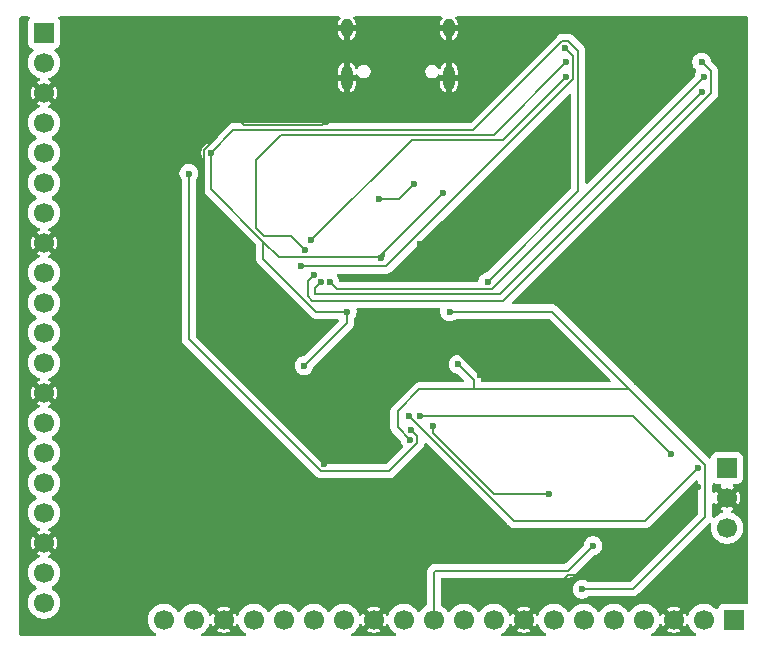
<source format=gbr>
%TF.GenerationSoftware,KiCad,Pcbnew,9.0.6*%
%TF.CreationDate,2025-12-18T17:34:00+05:30*%
%TF.ProjectId,Blueprint_Project,426c7565-7072-4696-9e74-5f50726f6a65,rev?*%
%TF.SameCoordinates,Original*%
%TF.FileFunction,Copper,L2,Bot*%
%TF.FilePolarity,Positive*%
%FSLAX46Y46*%
G04 Gerber Fmt 4.6, Leading zero omitted, Abs format (unit mm)*
G04 Created by KiCad (PCBNEW 9.0.6) date 2025-12-18 17:34:00*
%MOMM*%
%LPD*%
G01*
G04 APERTURE LIST*
%TA.AperFunction,HeatsinkPad*%
%ADD10O,1.000000X2.100000*%
%TD*%
%TA.AperFunction,HeatsinkPad*%
%ADD11O,1.000000X1.600000*%
%TD*%
%TA.AperFunction,ComponentPad*%
%ADD12R,1.700000X1.700000*%
%TD*%
%TA.AperFunction,ComponentPad*%
%ADD13C,1.700000*%
%TD*%
%TA.AperFunction,ViaPad*%
%ADD14C,0.600000*%
%TD*%
%TA.AperFunction,Conductor*%
%ADD15C,0.200000*%
%TD*%
G04 APERTURE END LIST*
D10*
%TO.P,J2,S1,SHIELD*%
%TO.N,GND*%
X184030000Y-67350000D03*
D11*
X184030000Y-63170000D03*
D10*
X175390000Y-67350000D03*
D11*
X175390000Y-63170000D03*
%TD*%
D12*
%TO.P,J1,1,Pin_1*%
%TO.N,GPIO_00*%
X149750000Y-63550000D03*
D13*
%TO.P,J1,2,Pin_2*%
%TO.N,GPIO_01*%
X149750000Y-66090000D03*
%TO.P,J1,3,Pin_3*%
%TO.N,GND*%
X149750000Y-68630000D03*
%TO.P,J1,4,Pin_4*%
%TO.N,GPIO_02*%
X149750000Y-71170000D03*
%TO.P,J1,5,Pin_5*%
%TO.N,GPIO_03*%
X149750000Y-73710000D03*
%TO.P,J1,6,Pin_6*%
%TO.N,GPIO_04*%
X149750000Y-76250000D03*
%TO.P,J1,7,Pin_7*%
%TO.N,GPIO_05*%
X149750000Y-78790000D03*
%TO.P,J1,8,Pin_8*%
%TO.N,GND*%
X149750000Y-81330000D03*
%TO.P,J1,9,Pin_9*%
%TO.N,GPIO_06*%
X149750000Y-83870000D03*
%TO.P,J1,10,Pin_10*%
%TO.N,GPIO_07*%
X149750000Y-86410000D03*
%TO.P,J1,11,Pin_11*%
%TO.N,GPIO_08*%
X149750000Y-88950000D03*
%TO.P,J1,12,Pin_12*%
%TO.N,GPIO_09*%
X149750000Y-91490000D03*
%TO.P,J1,13,Pin_13*%
%TO.N,GND*%
X149750000Y-94030000D03*
%TO.P,J1,14,Pin_14*%
%TO.N,GPIO_10*%
X149750000Y-96570000D03*
%TO.P,J1,15,Pin_15*%
%TO.N,GPIO_11*%
X149750000Y-99110000D03*
%TO.P,J1,16,Pin_16*%
%TO.N,GPIO_012*%
X149750000Y-101650000D03*
%TO.P,J1,17,Pin_17*%
%TO.N,GPIO_013*%
X149750000Y-104190000D03*
%TO.P,J1,18,Pin_18*%
%TO.N,GND*%
X149750000Y-106730000D03*
%TO.P,J1,19,Pin_19*%
%TO.N,GPIO_014*%
X149750000Y-109270000D03*
%TO.P,J1,20,Pin_20*%
%TO.N,GPIO_015*%
X149750000Y-111810000D03*
%TD*%
D12*
%TO.P,J3,1,Pin_1*%
%TO.N,SWCLK*%
X207580000Y-100390000D03*
D13*
%TO.P,J3,2,Pin_2*%
%TO.N,GND*%
X207580000Y-102930000D03*
%TO.P,J3,3,Pin_3*%
%TO.N,SWD*%
X207580000Y-105470000D03*
%TD*%
D12*
%TO.P,J4,1,Pin_1*%
%TO.N,VBUS*%
X208150000Y-113250000D03*
D13*
%TO.P,J4,2,Pin_2*%
%TO.N,GPIO_029_ADC3*%
X205610000Y-113250000D03*
%TO.P,J4,3,Pin_3*%
%TO.N,GND*%
X203070000Y-113250000D03*
%TO.P,J4,4,Pin_4*%
%TO.N,GPIO_028_ADC2*%
X200530000Y-113250000D03*
%TO.P,J4,5,Pin_5*%
%TO.N,+3V3*%
X197990000Y-113250000D03*
%TO.P,J4,6,Pin_6*%
%TO.N,GPIO027_ADC1*%
X195450000Y-113250000D03*
%TO.P,J4,7,Pin_7*%
%TO.N,GPIO026_ADC0*%
X192910000Y-113250000D03*
%TO.P,J4,8,Pin_8*%
%TO.N,GND*%
X190370000Y-113250000D03*
%TO.P,J4,9,Pin_9*%
%TO.N,GPIO_023*%
X187830000Y-113250000D03*
%TO.P,J4,10,Pin_10*%
%TO.N,GPIO_024*%
X185290000Y-113250000D03*
%TO.P,J4,11,Pin_11*%
%TO.N,RUN*%
X182750000Y-113250000D03*
%TO.P,J4,12,Pin_12*%
%TO.N,GPIO_022*%
X180210000Y-113250000D03*
%TO.P,J4,13,Pin_13*%
%TO.N,GND*%
X177670000Y-113250000D03*
%TO.P,J4,14,Pin_14*%
%TO.N,GPIO_021*%
X175130000Y-113250000D03*
%TO.P,J4,15,Pin_15*%
%TO.N,GPIO_020*%
X172590000Y-113250000D03*
%TO.P,J4,16,Pin_16*%
%TO.N,GPIO_019*%
X170050000Y-113250000D03*
%TO.P,J4,17,Pin_17*%
%TO.N,GPIO_018*%
X167510000Y-113250000D03*
%TO.P,J4,18,Pin_18*%
%TO.N,GND*%
X164970000Y-113250000D03*
%TO.P,J4,19,Pin_19*%
%TO.N,GPIO_017*%
X162430000Y-113250000D03*
%TO.P,J4,20,Pin_20*%
%TO.N,GPIO_016*%
X159890000Y-113250000D03*
%TD*%
D14*
%TO.N,GND*%
X179030000Y-98520000D03*
X157730000Y-82950000D03*
X186650000Y-92500000D03*
X186540000Y-79460000D03*
X163140000Y-88130000D03*
X166470000Y-90200000D03*
X180670000Y-88330000D03*
X205141000Y-102020000D03*
X166100000Y-70820000D03*
X169510000Y-91590000D03*
X156300000Y-82030000D03*
X193750000Y-91210000D03*
X184910000Y-68770000D03*
X173630000Y-71080000D03*
X181550000Y-81460000D03*
X179710000Y-104450000D03*
X158830000Y-87010000D03*
X173430000Y-100060000D03*
%TO.N,+3V3*%
X195330000Y-110660000D03*
X187310954Y-84651354D03*
X180740000Y-98020000D03*
X184090000Y-87160000D03*
X163870000Y-73710000D03*
X183530000Y-77110000D03*
X178310000Y-82660000D03*
X175421250Y-87158750D03*
X184810000Y-91610000D03*
X171770000Y-91740000D03*
%TO.N,+1V1*%
X180850000Y-97170000D03*
X181060000Y-76359742D03*
X178090000Y-77590000D03*
X162020000Y-75470000D03*
%TO.N,SWD*%
X181560000Y-95970000D03*
X202860000Y-99230000D03*
%TO.N,SWCLK*%
X205140000Y-100390000D03*
X180680000Y-96020000D03*
%TO.N,RUN*%
X196230000Y-106990000D03*
X182690000Y-96810000D03*
X192520000Y-102600000D03*
%TO.N,QPSI_SS*%
X173160000Y-84681450D03*
X205460000Y-68560000D03*
%TO.N,QPSI_SD3*%
X193930000Y-67290000D03*
X172370000Y-81120000D03*
%TO.N,QPSI_SD2*%
X172600000Y-84040000D03*
X205440000Y-66040000D03*
%TO.N,QPSI_SD1*%
X205630000Y-67290000D03*
X173960000Y-84681450D03*
%TO.N,QPSI_SD0*%
X193890000Y-64840000D03*
X171470000Y-83340000D03*
%TO.N,QPSI_SCLK*%
X193970000Y-66050000D03*
X171830000Y-81950000D03*
%TD*%
D15*
%TO.N,GND*%
X184910000Y-68770000D02*
X185950000Y-68770000D01*
X173430000Y-100060000D02*
X173430000Y-95510000D01*
X183550000Y-79460000D02*
X186540000Y-79460000D01*
X185950000Y-68770000D02*
X187170000Y-67550000D01*
X163269000Y-85349000D02*
X163269000Y-73461057D01*
X173322000Y-71388000D02*
X166668000Y-71388000D01*
X186650000Y-92500000D02*
X192460000Y-92500000D01*
X182480000Y-88330000D02*
X186650000Y-92500000D01*
X169510000Y-91590000D02*
X163269000Y-85349000D01*
X192460000Y-92500000D02*
X193750000Y-91210000D01*
X158830000Y-84050000D02*
X157730000Y-82950000D01*
X174970000Y-98520000D02*
X173430000Y-100060000D01*
X173430000Y-95510000D02*
X169510000Y-91590000D01*
X179710000Y-104450000D02*
X179710000Y-111210000D01*
X197670000Y-109491000D02*
X194129000Y-109491000D01*
X173630000Y-71080000D02*
X173322000Y-71388000D01*
X205141000Y-102020000D02*
X197670000Y-109491000D01*
X187170000Y-67550000D02*
X184030000Y-64410000D01*
X181550000Y-81460000D02*
X183550000Y-79460000D01*
X179710000Y-111210000D02*
X177670000Y-113250000D01*
X194129000Y-109491000D02*
X190370000Y-113250000D01*
X163269000Y-73461057D02*
X165920057Y-70810000D01*
X158830000Y-87010000D02*
X158830000Y-84050000D01*
X179030000Y-98520000D02*
X174970000Y-98520000D01*
X165920057Y-70810000D02*
X166090000Y-70810000D01*
X184030000Y-64410000D02*
X184030000Y-63170000D01*
X166668000Y-71388000D02*
X166100000Y-70820000D01*
X180670000Y-88330000D02*
X182480000Y-88330000D01*
%TO.N,+3V3*%
X194972000Y-65072057D02*
X194138943Y-64239000D01*
X186150000Y-93750000D02*
X199349943Y-93750000D01*
X175421250Y-88088750D02*
X175421250Y-87158750D01*
X205741000Y-100141057D02*
X199454972Y-93855028D01*
X205741000Y-104518943D02*
X205741000Y-100141057D01*
X186150000Y-92950000D02*
X186150000Y-93750000D01*
X195330000Y-110660000D02*
X199599943Y-110660000D01*
X193641057Y-64239000D02*
X186091057Y-71789000D01*
X179678000Y-95604957D02*
X181532957Y-93750000D01*
X178515000Y-82125000D02*
X178089000Y-82551000D01*
X171770000Y-91740000D02*
X175421250Y-88088750D01*
X178515000Y-82455000D02*
X178515000Y-82125000D01*
X181532957Y-93750000D02*
X186150000Y-93750000D01*
X178310000Y-82660000D02*
X178515000Y-82455000D01*
X168326450Y-82683493D02*
X168326450Y-81273550D01*
X180740000Y-98020000D02*
X179678000Y-96958000D01*
X178089000Y-82551000D02*
X169603900Y-82551000D01*
X199599943Y-110660000D02*
X205741000Y-104518943D01*
X186091057Y-71789000D02*
X165791000Y-71789000D01*
X192759944Y-87160000D02*
X199454972Y-93855028D01*
X179678000Y-96958000D02*
X179678000Y-95604957D01*
X175421250Y-87158750D02*
X172801707Y-87158750D01*
X187310954Y-84651354D02*
X194972000Y-76990308D01*
X163870000Y-76817100D02*
X163870000Y-73710000D01*
X163870000Y-73710000D02*
X165791000Y-71789000D01*
X199454972Y-93855028D02*
X199349943Y-93750000D01*
X194972000Y-76990308D02*
X194972000Y-65072057D01*
X183530000Y-77110000D02*
X178515000Y-82125000D01*
X184810000Y-91610000D02*
X186150000Y-92950000D01*
X172801707Y-87158750D02*
X168326450Y-82683493D01*
X194138943Y-64239000D02*
X193641057Y-64239000D01*
X184090000Y-87160000D02*
X192759944Y-87160000D01*
X169603900Y-82551000D02*
X168326450Y-81273550D01*
X168326450Y-81273550D02*
X163870000Y-76817100D01*
%TO.N,+1V1*%
X178090000Y-77590000D02*
X179820000Y-77590000D01*
X173181057Y-100661000D02*
X162020000Y-89499943D01*
X180850000Y-97170000D02*
X181341000Y-97661000D01*
X179820000Y-77590000D02*
X181050258Y-76359742D01*
X178948943Y-100661000D02*
X173181057Y-100661000D01*
X181050258Y-76359742D02*
X181060000Y-76359742D01*
X181341000Y-98268943D02*
X178948943Y-100661000D01*
X162020000Y-89499943D02*
X162020000Y-75470000D01*
X181341000Y-97661000D02*
X181341000Y-98268943D01*
%TO.N,SWD*%
X202860000Y-99230000D02*
X199600000Y-95970000D01*
X199600000Y-95970000D02*
X181560000Y-95970000D01*
%TO.N,SWCLK*%
X200631000Y-104899000D02*
X205140000Y-100390000D01*
X189559000Y-104899000D02*
X200631000Y-104899000D01*
X180680000Y-96020000D02*
X189559000Y-104899000D01*
%TO.N,RUN*%
X196230000Y-106990000D02*
X194130000Y-109090000D01*
X194130000Y-109090000D02*
X182900000Y-109090000D01*
X182690000Y-97462900D02*
X187827100Y-102600000D01*
X182900000Y-109090000D02*
X182750000Y-109240000D01*
X182690000Y-96810000D02*
X182690000Y-97462900D01*
X182750000Y-109240000D02*
X182750000Y-113250000D01*
X187827100Y-102600000D02*
X192520000Y-102600000D01*
%TO.N,QPSI_SS*%
X172689000Y-85152450D02*
X172689000Y-85629000D01*
X172713354Y-85653354D02*
X188366646Y-85653354D01*
X172689000Y-85629000D02*
X172713354Y-85653354D01*
X188366646Y-85653354D02*
X205460000Y-68560000D01*
X173160000Y-84681450D02*
X172689000Y-85152450D01*
%TO.N,QPSI_SD3*%
X193930000Y-67290000D02*
X188629000Y-72591000D01*
X180899000Y-72591000D02*
X172370000Y-81120000D01*
X188629000Y-72591000D02*
X180899000Y-72591000D01*
%TO.N,QPSI_SD2*%
X206231000Y-66831000D02*
X205440000Y-66040000D01*
X172089000Y-84551000D02*
X172089000Y-85878943D01*
X206231000Y-68638943D02*
X206231000Y-66831000D01*
X188638943Y-86231000D02*
X206231000Y-68638943D01*
X172441057Y-86231000D02*
X188638943Y-86231000D01*
X172600000Y-84040000D02*
X172089000Y-84551000D01*
X172089000Y-85878943D02*
X172441057Y-86231000D01*
%TO.N,QPSI_SD1*%
X173960000Y-84681450D02*
X174530904Y-85252354D01*
X187667646Y-85252354D02*
X205630000Y-67290000D01*
X174530904Y-85252354D02*
X187667646Y-85252354D01*
%TO.N,QPSI_SD0*%
X194571000Y-67498943D02*
X194571000Y-65521000D01*
X178729943Y-83340000D02*
X194571000Y-67498943D01*
X171470000Y-83340000D02*
X178729943Y-83340000D01*
X194571000Y-65521000D02*
X193890000Y-64840000D01*
%TO.N,QPSI_SCLK*%
X167710000Y-80090000D02*
X168380000Y-80760000D01*
X170640000Y-80760000D02*
X171830000Y-81950000D01*
X187830000Y-72190000D02*
X169830000Y-72190000D01*
X169830000Y-72190000D02*
X167710000Y-74310000D01*
X167710000Y-74310000D02*
X167710000Y-80090000D01*
X168380000Y-80760000D02*
X170640000Y-80760000D01*
X193970000Y-66050000D02*
X187830000Y-72190000D01*
%TD*%
%TA.AperFunction,Conductor*%
%TO.N,GND*%
G36*
X207114075Y-103122993D02*
G01*
X207179901Y-103237007D01*
X207272993Y-103330099D01*
X207387007Y-103395925D01*
X207450589Y-103412962D01*
X206997261Y-103866289D01*
X206997262Y-103866290D01*
X207003471Y-103870801D01*
X207157741Y-103949407D01*
X207160708Y-103950371D01*
X207161693Y-103951044D01*
X207162240Y-103951271D01*
X207162192Y-103951385D01*
X207218385Y-103989806D01*
X207245586Y-104054163D01*
X207233675Y-104123010D01*
X207186433Y-104174488D01*
X207160714Y-104186235D01*
X207061583Y-104218444D01*
X206872179Y-104314951D01*
X206700213Y-104439890D01*
X206700209Y-104439894D01*
X206553181Y-104586923D01*
X206491858Y-104620408D01*
X206422166Y-104615424D01*
X206366233Y-104573552D01*
X206341816Y-104508088D01*
X206341500Y-104499242D01*
X206341500Y-103438762D01*
X206361185Y-103371723D01*
X206413989Y-103325968D01*
X206483147Y-103316024D01*
X206546703Y-103345049D01*
X206575984Y-103382467D01*
X206639194Y-103506522D01*
X206643709Y-103512736D01*
X206643709Y-103512737D01*
X207097037Y-103059409D01*
X207114075Y-103122993D01*
G37*
%TD.AperFunction*%
%TA.AperFunction,Conductor*%
G36*
X206508833Y-101691690D02*
G01*
X206622517Y-101734091D01*
X206622516Y-101734091D01*
X206629444Y-101734835D01*
X206682127Y-101740500D01*
X206975073Y-101740499D01*
X207042110Y-101760183D01*
X207087865Y-101812987D01*
X207097809Y-101882146D01*
X207068784Y-101945701D01*
X207031370Y-101974982D01*
X207003477Y-101989195D01*
X207003463Y-101989203D01*
X206997261Y-101993708D01*
X206997261Y-101993709D01*
X207450590Y-102447037D01*
X207387007Y-102464075D01*
X207272993Y-102529901D01*
X207179901Y-102622993D01*
X207114075Y-102737007D01*
X207097037Y-102800590D01*
X206643709Y-102347261D01*
X206643708Y-102347261D01*
X206639203Y-102353463D01*
X206639193Y-102353480D01*
X206575984Y-102477533D01*
X206528009Y-102528328D01*
X206460188Y-102545123D01*
X206394054Y-102522585D01*
X206350603Y-102467870D01*
X206341500Y-102421237D01*
X206341500Y-101807872D01*
X206361185Y-101740833D01*
X206413989Y-101695078D01*
X206483147Y-101685134D01*
X206508833Y-101691690D01*
G37*
%TD.AperFunction*%
%TA.AperFunction,Conductor*%
G36*
X194290834Y-68730857D02*
G01*
X194346767Y-68772729D01*
X194371184Y-68838193D01*
X194371500Y-68847039D01*
X194371500Y-76690211D01*
X194351815Y-76757250D01*
X194335181Y-76777892D01*
X187296293Y-83816779D01*
X187234970Y-83850264D01*
X187232804Y-83850715D01*
X187077462Y-83881615D01*
X187077452Y-83881618D01*
X186931781Y-83941956D01*
X186931768Y-83941963D01*
X186800665Y-84029564D01*
X186800661Y-84029567D01*
X186689167Y-84141061D01*
X186689164Y-84141065D01*
X186601563Y-84272168D01*
X186601556Y-84272181D01*
X186541218Y-84417852D01*
X186541215Y-84417864D01*
X186514525Y-84552045D01*
X186482140Y-84613956D01*
X186421425Y-84648530D01*
X186392908Y-84651854D01*
X174872060Y-84651854D01*
X174805021Y-84632169D01*
X174759266Y-84579365D01*
X174750443Y-84552046D01*
X174729738Y-84447958D01*
X174729737Y-84447957D01*
X174729737Y-84447953D01*
X174717269Y-84417852D01*
X174669397Y-84302277D01*
X174669390Y-84302264D01*
X174581789Y-84171161D01*
X174581786Y-84171157D01*
X174562810Y-84152181D01*
X174529325Y-84090858D01*
X174534309Y-84021166D01*
X174576181Y-83965233D01*
X174641645Y-83940816D01*
X174650491Y-83940500D01*
X178643274Y-83940500D01*
X178643290Y-83940501D01*
X178650886Y-83940501D01*
X178808997Y-83940501D01*
X178809000Y-83940501D01*
X178961728Y-83899577D01*
X179046118Y-83850854D01*
X179098659Y-83820520D01*
X179210463Y-83708716D01*
X179210463Y-83708714D01*
X179220667Y-83698511D01*
X179220670Y-83698506D01*
X194159821Y-68759356D01*
X194221142Y-68725873D01*
X194290834Y-68730857D01*
G37*
%TD.AperFunction*%
%TA.AperFunction,Conductor*%
G36*
X148490496Y-62190185D02*
G01*
X148536251Y-62242989D01*
X148546195Y-62312147D01*
X148522723Y-62368810D01*
X148492843Y-62408724D01*
X148456204Y-62457668D01*
X148456202Y-62457671D01*
X148405908Y-62592517D01*
X148401885Y-62629940D01*
X148399501Y-62652123D01*
X148399500Y-62652135D01*
X148399500Y-64447870D01*
X148399501Y-64447876D01*
X148405908Y-64507483D01*
X148456202Y-64642328D01*
X148456206Y-64642335D01*
X148542452Y-64757544D01*
X148542455Y-64757547D01*
X148657664Y-64843793D01*
X148657671Y-64843797D01*
X148789082Y-64892810D01*
X148845016Y-64934681D01*
X148869433Y-65000145D01*
X148854582Y-65068418D01*
X148833431Y-65096673D01*
X148719889Y-65210215D01*
X148594951Y-65382179D01*
X148498444Y-65571585D01*
X148432753Y-65773760D01*
X148399500Y-65983713D01*
X148399500Y-66196286D01*
X148425348Y-66359487D01*
X148432754Y-66406243D01*
X148495015Y-66597863D01*
X148498444Y-66608414D01*
X148594951Y-66797820D01*
X148719890Y-66969786D01*
X148870213Y-67120109D01*
X149042179Y-67245048D01*
X149042181Y-67245049D01*
X149042184Y-67245051D01*
X149231588Y-67341557D01*
X149330715Y-67373765D01*
X149388388Y-67413201D01*
X149415587Y-67477560D01*
X149403673Y-67546406D01*
X149356429Y-67597882D01*
X149330722Y-67609623D01*
X149327744Y-67610590D01*
X149327743Y-67610590D01*
X149173480Y-67689193D01*
X149173463Y-67689203D01*
X149167261Y-67693708D01*
X149167261Y-67693709D01*
X149620590Y-68147037D01*
X149557007Y-68164075D01*
X149442993Y-68229901D01*
X149349901Y-68322993D01*
X149284075Y-68437007D01*
X149267037Y-68500590D01*
X148813709Y-68047261D01*
X148813708Y-68047261D01*
X148809203Y-68053463D01*
X148809193Y-68053480D01*
X148730592Y-68207740D01*
X148677085Y-68372415D01*
X148650000Y-68543428D01*
X148650000Y-68716571D01*
X148677085Y-68887584D01*
X148730592Y-69052259D01*
X148809196Y-69206525D01*
X148813709Y-69212736D01*
X148813709Y-69212737D01*
X149267037Y-68759409D01*
X149284075Y-68822993D01*
X149349901Y-68937007D01*
X149442993Y-69030099D01*
X149557007Y-69095925D01*
X149620589Y-69112962D01*
X149167261Y-69566289D01*
X149167262Y-69566290D01*
X149173471Y-69570801D01*
X149327741Y-69649407D01*
X149330708Y-69650371D01*
X149331693Y-69651044D01*
X149332240Y-69651271D01*
X149332192Y-69651385D01*
X149388385Y-69689806D01*
X149415586Y-69754163D01*
X149403675Y-69823010D01*
X149356433Y-69874488D01*
X149330714Y-69886235D01*
X149231583Y-69918444D01*
X149042179Y-70014951D01*
X148870213Y-70139890D01*
X148719890Y-70290213D01*
X148594951Y-70462179D01*
X148498444Y-70651585D01*
X148432753Y-70853760D01*
X148399500Y-71063713D01*
X148399500Y-71276286D01*
X148426673Y-71447853D01*
X148432754Y-71486243D01*
X148466304Y-71589500D01*
X148498444Y-71688414D01*
X148594951Y-71877820D01*
X148719890Y-72049786D01*
X148870213Y-72200109D01*
X149042182Y-72325050D01*
X149050946Y-72329516D01*
X149101742Y-72377491D01*
X149118536Y-72445312D01*
X149095998Y-72511447D01*
X149050946Y-72550484D01*
X149042182Y-72554949D01*
X148870213Y-72679890D01*
X148719890Y-72830213D01*
X148594951Y-73002179D01*
X148498444Y-73191585D01*
X148432753Y-73393760D01*
X148432287Y-73396703D01*
X148399500Y-73603713D01*
X148399500Y-73816287D01*
X148432754Y-74026243D01*
X148496595Y-74222726D01*
X148498444Y-74228414D01*
X148594951Y-74417820D01*
X148719890Y-74589786D01*
X148870213Y-74740109D01*
X149042182Y-74865050D01*
X149050946Y-74869516D01*
X149101742Y-74917491D01*
X149118536Y-74985312D01*
X149095998Y-75051447D01*
X149050946Y-75090484D01*
X149042182Y-75094949D01*
X148870213Y-75219890D01*
X148719890Y-75370213D01*
X148594951Y-75542179D01*
X148498444Y-75731585D01*
X148432753Y-75933760D01*
X148414380Y-76049765D01*
X148399500Y-76143713D01*
X148399500Y-76356287D01*
X148432754Y-76566243D01*
X148494816Y-76757250D01*
X148498444Y-76768414D01*
X148594951Y-76957820D01*
X148719890Y-77129786D01*
X148870213Y-77280109D01*
X149042182Y-77405050D01*
X149050946Y-77409516D01*
X149101742Y-77457491D01*
X149118536Y-77525312D01*
X149095998Y-77591447D01*
X149050946Y-77630484D01*
X149042182Y-77634949D01*
X148870213Y-77759890D01*
X148719890Y-77910213D01*
X148594951Y-78082179D01*
X148498444Y-78271585D01*
X148432753Y-78473760D01*
X148399500Y-78683713D01*
X148399500Y-78896286D01*
X148432753Y-79106239D01*
X148498444Y-79308414D01*
X148594951Y-79497820D01*
X148719890Y-79669786D01*
X148870213Y-79820109D01*
X149042179Y-79945048D01*
X149042181Y-79945049D01*
X149042184Y-79945051D01*
X149231588Y-80041557D01*
X149330715Y-80073765D01*
X149388388Y-80113201D01*
X149415587Y-80177560D01*
X149403673Y-80246406D01*
X149356429Y-80297882D01*
X149330722Y-80309623D01*
X149327744Y-80310590D01*
X149327743Y-80310590D01*
X149173480Y-80389193D01*
X149173463Y-80389203D01*
X149167261Y-80393708D01*
X149167261Y-80393709D01*
X149620590Y-80847037D01*
X149557007Y-80864075D01*
X149442993Y-80929901D01*
X149349901Y-81022993D01*
X149284075Y-81137007D01*
X149267037Y-81200590D01*
X148813709Y-80747261D01*
X148813708Y-80747261D01*
X148809203Y-80753463D01*
X148809193Y-80753480D01*
X148730592Y-80907740D01*
X148677085Y-81072415D01*
X148650000Y-81243428D01*
X148650000Y-81416571D01*
X148677085Y-81587584D01*
X148730592Y-81752259D01*
X148809196Y-81906525D01*
X148813709Y-81912736D01*
X148813709Y-81912737D01*
X149267037Y-81459409D01*
X149284075Y-81522993D01*
X149349901Y-81637007D01*
X149442993Y-81730099D01*
X149557007Y-81795925D01*
X149620589Y-81812962D01*
X149167261Y-82266289D01*
X149167262Y-82266290D01*
X149173471Y-82270801D01*
X149327741Y-82349407D01*
X149330708Y-82350371D01*
X149331693Y-82351044D01*
X149332240Y-82351271D01*
X149332192Y-82351385D01*
X149388385Y-82389806D01*
X149415586Y-82454163D01*
X149403675Y-82523010D01*
X149356433Y-82574488D01*
X149330714Y-82586235D01*
X149231583Y-82618444D01*
X149042179Y-82714951D01*
X148870213Y-82839890D01*
X148719890Y-82990213D01*
X148594951Y-83162179D01*
X148498444Y-83351585D01*
X148432753Y-83553760D01*
X148399500Y-83763713D01*
X148399500Y-83976286D01*
X148430364Y-84171157D01*
X148432754Y-84186243D01*
X148475959Y-84319215D01*
X148498444Y-84388414D01*
X148594951Y-84577820D01*
X148719890Y-84749786D01*
X148870213Y-84900109D01*
X149042182Y-85025050D01*
X149050946Y-85029516D01*
X149101742Y-85077491D01*
X149118536Y-85145312D01*
X149095998Y-85211447D01*
X149050946Y-85250484D01*
X149042182Y-85254949D01*
X148870213Y-85379890D01*
X148719890Y-85530213D01*
X148594951Y-85702179D01*
X148498444Y-85891585D01*
X148432753Y-86093760D01*
X148399500Y-86303713D01*
X148399500Y-86516287D01*
X148406344Y-86559499D01*
X148425347Y-86679481D01*
X148432754Y-86726243D01*
X148490507Y-86903989D01*
X148498444Y-86928414D01*
X148594951Y-87117820D01*
X148719890Y-87289786D01*
X148870213Y-87440109D01*
X149042182Y-87565050D01*
X149050946Y-87569516D01*
X149101742Y-87617491D01*
X149118536Y-87685312D01*
X149095998Y-87751447D01*
X149050946Y-87790484D01*
X149042182Y-87794949D01*
X148870213Y-87919890D01*
X148719890Y-88070213D01*
X148594951Y-88242179D01*
X148498444Y-88431585D01*
X148432753Y-88633760D01*
X148399500Y-88843713D01*
X148399500Y-89056286D01*
X148430372Y-89251208D01*
X148432754Y-89266243D01*
X148482999Y-89420882D01*
X148498444Y-89468414D01*
X148594951Y-89657820D01*
X148719890Y-89829786D01*
X148870213Y-89980109D01*
X149042182Y-90105050D01*
X149050946Y-90109516D01*
X149101742Y-90157491D01*
X149118536Y-90225312D01*
X149095998Y-90291447D01*
X149050946Y-90330484D01*
X149042182Y-90334949D01*
X148870213Y-90459890D01*
X148719890Y-90610213D01*
X148594951Y-90782179D01*
X148498444Y-90971585D01*
X148432753Y-91173760D01*
X148423717Y-91230814D01*
X148399500Y-91383713D01*
X148399500Y-91596287D01*
X148432754Y-91806243D01*
X148487098Y-91973497D01*
X148498444Y-92008414D01*
X148594951Y-92197820D01*
X148719890Y-92369786D01*
X148870213Y-92520109D01*
X149042179Y-92645048D01*
X149042181Y-92645049D01*
X149042184Y-92645051D01*
X149231588Y-92741557D01*
X149330715Y-92773765D01*
X149388388Y-92813201D01*
X149415587Y-92877560D01*
X149403673Y-92946406D01*
X149356429Y-92997882D01*
X149330722Y-93009623D01*
X149327744Y-93010590D01*
X149327743Y-93010590D01*
X149173480Y-93089193D01*
X149173463Y-93089203D01*
X149167261Y-93093708D01*
X149167261Y-93093709D01*
X149620590Y-93547037D01*
X149557007Y-93564075D01*
X149442993Y-93629901D01*
X149349901Y-93722993D01*
X149284075Y-93837007D01*
X149267037Y-93900590D01*
X148813709Y-93447261D01*
X148813708Y-93447261D01*
X148809203Y-93453463D01*
X148809193Y-93453480D01*
X148730592Y-93607740D01*
X148677085Y-93772415D01*
X148650000Y-93943428D01*
X148650000Y-94116571D01*
X148677085Y-94287584D01*
X148730592Y-94452259D01*
X148809196Y-94606525D01*
X148813709Y-94612736D01*
X148813709Y-94612737D01*
X149267037Y-94159409D01*
X149284075Y-94222993D01*
X149349901Y-94337007D01*
X149442993Y-94430099D01*
X149557007Y-94495925D01*
X149620589Y-94512962D01*
X149167261Y-94966289D01*
X149167262Y-94966290D01*
X149173471Y-94970801D01*
X149327741Y-95049407D01*
X149330708Y-95050371D01*
X149331693Y-95051044D01*
X149332240Y-95051271D01*
X149332192Y-95051385D01*
X149388385Y-95089806D01*
X149415586Y-95154163D01*
X149403675Y-95223010D01*
X149356433Y-95274488D01*
X149330714Y-95286235D01*
X149231583Y-95318444D01*
X149042179Y-95414951D01*
X148870213Y-95539890D01*
X148719890Y-95690213D01*
X148594951Y-95862179D01*
X148498444Y-96051585D01*
X148432753Y-96253760D01*
X148399500Y-96463713D01*
X148399500Y-96676286D01*
X148431597Y-96878943D01*
X148432754Y-96886243D01*
X148483850Y-97043501D01*
X148498444Y-97088414D01*
X148594951Y-97277820D01*
X148719890Y-97449786D01*
X148870213Y-97600109D01*
X149042182Y-97725050D01*
X149050946Y-97729516D01*
X149101742Y-97777491D01*
X149118536Y-97845312D01*
X149095998Y-97911447D01*
X149050946Y-97950484D01*
X149042182Y-97954949D01*
X148870213Y-98079890D01*
X148719890Y-98230213D01*
X148594951Y-98402179D01*
X148498444Y-98591585D01*
X148432753Y-98793760D01*
X148399500Y-99003713D01*
X148399500Y-99216286D01*
X148413706Y-99305983D01*
X148432754Y-99426243D01*
X148479164Y-99569079D01*
X148498444Y-99628414D01*
X148594951Y-99817820D01*
X148719890Y-99989786D01*
X148870213Y-100140109D01*
X149042182Y-100265050D01*
X149050946Y-100269516D01*
X149101742Y-100317491D01*
X149118536Y-100385312D01*
X149095998Y-100451447D01*
X149050946Y-100490484D01*
X149042182Y-100494949D01*
X148870213Y-100619890D01*
X148719890Y-100770213D01*
X148594951Y-100942179D01*
X148498444Y-101131585D01*
X148432753Y-101333760D01*
X148399500Y-101543713D01*
X148399500Y-101756286D01*
X148420774Y-101890609D01*
X148432754Y-101966243D01*
X148472871Y-102089711D01*
X148498444Y-102168414D01*
X148594951Y-102357820D01*
X148719890Y-102529786D01*
X148870213Y-102680109D01*
X149042182Y-102805050D01*
X149050946Y-102809516D01*
X149101742Y-102857491D01*
X149118536Y-102925312D01*
X149095998Y-102991447D01*
X149050946Y-103030484D01*
X149042182Y-103034949D01*
X148870213Y-103159890D01*
X148719890Y-103310213D01*
X148594951Y-103482179D01*
X148498444Y-103671585D01*
X148432753Y-103873760D01*
X148399500Y-104083713D01*
X148399500Y-104296286D01*
X148422245Y-104439896D01*
X148432754Y-104506243D01*
X148468229Y-104615424D01*
X148498444Y-104708414D01*
X148594951Y-104897820D01*
X148719890Y-105069786D01*
X148870213Y-105220109D01*
X149042179Y-105345048D01*
X149042181Y-105345049D01*
X149042184Y-105345051D01*
X149231588Y-105441557D01*
X149330715Y-105473765D01*
X149388388Y-105513201D01*
X149415587Y-105577560D01*
X149403673Y-105646406D01*
X149356429Y-105697882D01*
X149330722Y-105709623D01*
X149327744Y-105710590D01*
X149327743Y-105710590D01*
X149173480Y-105789193D01*
X149173463Y-105789203D01*
X149167261Y-105793708D01*
X149167261Y-105793709D01*
X149620590Y-106247037D01*
X149557007Y-106264075D01*
X149442993Y-106329901D01*
X149349901Y-106422993D01*
X149284075Y-106537007D01*
X149267037Y-106600590D01*
X148813709Y-106147261D01*
X148813708Y-106147261D01*
X148809203Y-106153463D01*
X148809193Y-106153480D01*
X148730592Y-106307740D01*
X148677085Y-106472415D01*
X148650000Y-106643428D01*
X148650000Y-106816571D01*
X148677085Y-106987584D01*
X148730592Y-107152259D01*
X148809196Y-107306525D01*
X148813709Y-107312736D01*
X148813709Y-107312737D01*
X149267037Y-106859409D01*
X149284075Y-106922993D01*
X149349901Y-107037007D01*
X149442993Y-107130099D01*
X149557007Y-107195925D01*
X149620589Y-107212962D01*
X149167261Y-107666289D01*
X149167262Y-107666290D01*
X149173471Y-107670801D01*
X149327741Y-107749407D01*
X149330708Y-107750371D01*
X149331693Y-107751044D01*
X149332240Y-107751271D01*
X149332192Y-107751385D01*
X149388385Y-107789806D01*
X149415586Y-107854163D01*
X149403675Y-107923010D01*
X149356433Y-107974488D01*
X149330714Y-107986235D01*
X149231583Y-108018444D01*
X149042179Y-108114951D01*
X148870213Y-108239890D01*
X148719890Y-108390213D01*
X148594951Y-108562179D01*
X148498444Y-108751585D01*
X148432753Y-108953760D01*
X148399500Y-109163713D01*
X148399500Y-109376286D01*
X148430263Y-109570520D01*
X148432754Y-109586243D01*
X148470270Y-109701706D01*
X148498444Y-109788414D01*
X148594951Y-109977820D01*
X148719890Y-110149786D01*
X148870213Y-110300109D01*
X149042182Y-110425050D01*
X149050946Y-110429516D01*
X149101742Y-110477491D01*
X149118536Y-110545312D01*
X149095998Y-110611447D01*
X149050946Y-110650484D01*
X149042182Y-110654949D01*
X148870213Y-110779890D01*
X148719890Y-110930213D01*
X148594951Y-111102179D01*
X148498444Y-111291585D01*
X148432753Y-111493760D01*
X148399500Y-111703713D01*
X148399500Y-111916286D01*
X148424600Y-112074765D01*
X148432754Y-112126243D01*
X148493665Y-112313708D01*
X148498444Y-112328414D01*
X148594951Y-112517820D01*
X148719890Y-112689786D01*
X148870213Y-112840109D01*
X149042179Y-112965048D01*
X149042181Y-112965049D01*
X149042184Y-112965051D01*
X149231588Y-113061557D01*
X149433757Y-113127246D01*
X149643713Y-113160500D01*
X149643714Y-113160500D01*
X149856286Y-113160500D01*
X149856287Y-113160500D01*
X150066243Y-113127246D01*
X150268412Y-113061557D01*
X150457816Y-112965051D01*
X150500889Y-112933757D01*
X150629786Y-112840109D01*
X150629788Y-112840106D01*
X150629792Y-112840104D01*
X150780104Y-112689792D01*
X150780106Y-112689788D01*
X150780109Y-112689786D01*
X150905048Y-112517820D01*
X150905047Y-112517820D01*
X150905051Y-112517816D01*
X151001557Y-112328412D01*
X151067246Y-112126243D01*
X151100500Y-111916287D01*
X151100500Y-111703713D01*
X151067246Y-111493757D01*
X151001557Y-111291588D01*
X150905051Y-111102184D01*
X150905049Y-111102181D01*
X150905048Y-111102179D01*
X150780109Y-110930213D01*
X150629786Y-110779890D01*
X150457820Y-110654951D01*
X150457115Y-110654591D01*
X150449054Y-110650485D01*
X150398259Y-110602512D01*
X150381463Y-110534692D01*
X150403999Y-110468556D01*
X150449054Y-110429515D01*
X150457816Y-110425051D01*
X150479789Y-110409086D01*
X150629786Y-110300109D01*
X150629788Y-110300106D01*
X150629792Y-110300104D01*
X150780104Y-110149792D01*
X150780106Y-110149788D01*
X150780109Y-110149786D01*
X150905048Y-109977820D01*
X150905047Y-109977820D01*
X150905051Y-109977816D01*
X151001557Y-109788412D01*
X151067246Y-109586243D01*
X151100500Y-109376287D01*
X151100500Y-109163713D01*
X151067246Y-108953757D01*
X151001557Y-108751588D01*
X150905051Y-108562184D01*
X150905049Y-108562181D01*
X150905048Y-108562179D01*
X150780109Y-108390213D01*
X150629786Y-108239890D01*
X150457820Y-108114951D01*
X150268414Y-108018444D01*
X150268413Y-108018443D01*
X150268412Y-108018443D01*
X150169285Y-107986234D01*
X150111610Y-107946797D01*
X150084412Y-107882439D01*
X150096327Y-107813592D01*
X150143571Y-107762117D01*
X150169296Y-107750370D01*
X150172256Y-107749408D01*
X150326525Y-107670803D01*
X150332736Y-107666289D01*
X150332737Y-107666289D01*
X149879410Y-107212962D01*
X149942993Y-107195925D01*
X150057007Y-107130099D01*
X150150099Y-107037007D01*
X150215925Y-106922993D01*
X150232962Y-106859410D01*
X150686289Y-107312737D01*
X150686289Y-107312736D01*
X150690803Y-107306525D01*
X150769408Y-107152257D01*
X150822914Y-106987584D01*
X150850000Y-106816571D01*
X150850000Y-106643428D01*
X150822914Y-106472415D01*
X150769408Y-106307742D01*
X150690801Y-106153471D01*
X150686290Y-106147262D01*
X150686289Y-106147261D01*
X150232962Y-106600589D01*
X150215925Y-106537007D01*
X150150099Y-106422993D01*
X150057007Y-106329901D01*
X149942993Y-106264075D01*
X149879409Y-106247037D01*
X150332737Y-105793709D01*
X150326525Y-105789196D01*
X150172258Y-105710592D01*
X150169282Y-105709625D01*
X150168296Y-105708951D01*
X150167760Y-105708729D01*
X150167806Y-105708616D01*
X150111608Y-105670185D01*
X150084412Y-105605826D01*
X150096328Y-105536980D01*
X150143574Y-105485506D01*
X150169280Y-105473766D01*
X150268412Y-105441557D01*
X150457816Y-105345051D01*
X150479789Y-105329086D01*
X150629786Y-105220109D01*
X150629788Y-105220106D01*
X150629792Y-105220104D01*
X150780104Y-105069792D01*
X150780106Y-105069788D01*
X150780109Y-105069786D01*
X150905048Y-104897820D01*
X150905047Y-104897820D01*
X150905051Y-104897816D01*
X151001557Y-104708412D01*
X151067246Y-104506243D01*
X151100500Y-104296287D01*
X151100500Y-104083713D01*
X151067246Y-103873757D01*
X151001557Y-103671588D01*
X150905051Y-103482184D01*
X150905049Y-103482181D01*
X150905048Y-103482179D01*
X150780109Y-103310213D01*
X150629786Y-103159890D01*
X150457820Y-103034951D01*
X150457115Y-103034591D01*
X150449054Y-103030485D01*
X150398259Y-102982512D01*
X150381463Y-102914692D01*
X150403999Y-102848556D01*
X150449054Y-102809515D01*
X150457816Y-102805051D01*
X150479789Y-102789086D01*
X150629786Y-102680109D01*
X150629788Y-102680106D01*
X150629792Y-102680104D01*
X150780104Y-102529792D01*
X150780106Y-102529788D01*
X150780109Y-102529786D01*
X150905048Y-102357820D01*
X150905047Y-102357820D01*
X150905051Y-102357816D01*
X151001557Y-102168412D01*
X151067246Y-101966243D01*
X151100500Y-101756287D01*
X151100500Y-101543713D01*
X151067246Y-101333757D01*
X151001557Y-101131588D01*
X150905051Y-100942184D01*
X150905049Y-100942181D01*
X150905048Y-100942179D01*
X150780109Y-100770213D01*
X150629786Y-100619890D01*
X150457820Y-100494951D01*
X150457115Y-100494591D01*
X150449054Y-100490485D01*
X150398259Y-100442512D01*
X150381463Y-100374692D01*
X150403999Y-100308556D01*
X150449054Y-100269515D01*
X150457816Y-100265051D01*
X150607221Y-100156503D01*
X150629786Y-100140109D01*
X150629788Y-100140106D01*
X150629792Y-100140104D01*
X150780104Y-99989792D01*
X150780106Y-99989788D01*
X150780109Y-99989786D01*
X150905048Y-99817820D01*
X150905047Y-99817820D01*
X150905051Y-99817816D01*
X151001557Y-99628412D01*
X151067246Y-99426243D01*
X151100500Y-99216287D01*
X151100500Y-99003713D01*
X151067246Y-98793757D01*
X151001557Y-98591588D01*
X150905051Y-98402184D01*
X150905049Y-98402181D01*
X150905048Y-98402179D01*
X150780109Y-98230213D01*
X150629786Y-98079890D01*
X150457820Y-97954951D01*
X150457115Y-97954591D01*
X150449054Y-97950485D01*
X150398259Y-97902512D01*
X150381463Y-97834692D01*
X150403999Y-97768556D01*
X150449054Y-97729515D01*
X150457816Y-97725051D01*
X150479789Y-97709086D01*
X150629786Y-97600109D01*
X150629788Y-97600106D01*
X150629792Y-97600104D01*
X150780104Y-97449792D01*
X150780106Y-97449788D01*
X150780109Y-97449786D01*
X150905048Y-97277820D01*
X150905047Y-97277820D01*
X150905051Y-97277816D01*
X151001557Y-97088412D01*
X151067246Y-96886243D01*
X151100500Y-96676287D01*
X151100500Y-96463713D01*
X151067246Y-96253757D01*
X151001557Y-96051588D01*
X150905051Y-95862184D01*
X150905049Y-95862181D01*
X150905048Y-95862179D01*
X150780109Y-95690213D01*
X150629786Y-95539890D01*
X150457820Y-95414951D01*
X150268414Y-95318444D01*
X150268413Y-95318443D01*
X150268412Y-95318443D01*
X150169285Y-95286234D01*
X150111610Y-95246797D01*
X150084412Y-95182439D01*
X150096327Y-95113592D01*
X150143571Y-95062117D01*
X150169296Y-95050370D01*
X150172256Y-95049408D01*
X150326525Y-94970803D01*
X150332736Y-94966289D01*
X150332737Y-94966289D01*
X149879410Y-94512962D01*
X149942993Y-94495925D01*
X150057007Y-94430099D01*
X150150099Y-94337007D01*
X150215925Y-94222993D01*
X150232962Y-94159410D01*
X150686289Y-94612737D01*
X150686289Y-94612736D01*
X150690803Y-94606525D01*
X150769408Y-94452257D01*
X150822914Y-94287584D01*
X150850000Y-94116571D01*
X150850000Y-93943428D01*
X150822914Y-93772415D01*
X150769408Y-93607742D01*
X150690801Y-93453471D01*
X150686290Y-93447262D01*
X150686289Y-93447261D01*
X150232962Y-93900589D01*
X150215925Y-93837007D01*
X150150099Y-93722993D01*
X150057007Y-93629901D01*
X149942993Y-93564075D01*
X149879409Y-93547037D01*
X150332737Y-93093709D01*
X150326525Y-93089196D01*
X150172258Y-93010592D01*
X150169282Y-93009625D01*
X150168296Y-93008951D01*
X150167760Y-93008729D01*
X150167806Y-93008616D01*
X150111608Y-92970185D01*
X150084412Y-92905826D01*
X150096328Y-92836980D01*
X150143574Y-92785506D01*
X150169280Y-92773766D01*
X150268412Y-92741557D01*
X150457816Y-92645051D01*
X150545583Y-92581285D01*
X150629786Y-92520109D01*
X150629788Y-92520106D01*
X150629792Y-92520104D01*
X150780104Y-92369792D01*
X150780106Y-92369788D01*
X150780109Y-92369786D01*
X150905048Y-92197820D01*
X150905047Y-92197820D01*
X150905051Y-92197816D01*
X151001557Y-92008412D01*
X151067246Y-91806243D01*
X151100500Y-91596287D01*
X151100500Y-91383713D01*
X151067246Y-91173757D01*
X151001557Y-90971588D01*
X150905051Y-90782184D01*
X150905049Y-90782181D01*
X150905048Y-90782179D01*
X150780109Y-90610213D01*
X150629786Y-90459890D01*
X150457820Y-90334951D01*
X150457115Y-90334591D01*
X150449054Y-90330485D01*
X150398259Y-90282512D01*
X150381463Y-90214692D01*
X150403999Y-90148556D01*
X150449054Y-90109515D01*
X150457816Y-90105051D01*
X150479789Y-90089086D01*
X150629786Y-89980109D01*
X150629788Y-89980106D01*
X150629792Y-89980104D01*
X150780104Y-89829792D01*
X150780106Y-89829788D01*
X150780109Y-89829786D01*
X150905048Y-89657820D01*
X150905047Y-89657820D01*
X150905051Y-89657816D01*
X151001557Y-89468412D01*
X151067246Y-89266243D01*
X151100500Y-89056287D01*
X151100500Y-88843713D01*
X151067246Y-88633757D01*
X151001557Y-88431588D01*
X150905051Y-88242184D01*
X150905049Y-88242181D01*
X150905048Y-88242179D01*
X150780109Y-88070213D01*
X150629786Y-87919890D01*
X150457820Y-87794951D01*
X150457115Y-87794591D01*
X150449054Y-87790485D01*
X150398259Y-87742512D01*
X150381463Y-87674692D01*
X150403999Y-87608556D01*
X150449054Y-87569515D01*
X150457816Y-87565051D01*
X150495138Y-87537935D01*
X150629786Y-87440109D01*
X150629788Y-87440106D01*
X150629792Y-87440104D01*
X150780104Y-87289792D01*
X150780106Y-87289788D01*
X150780109Y-87289786D01*
X150905048Y-87117820D01*
X150905047Y-87117820D01*
X150905051Y-87117816D01*
X151001557Y-86928412D01*
X151067246Y-86726243D01*
X151100500Y-86516287D01*
X151100500Y-86303713D01*
X151067246Y-86093757D01*
X151001557Y-85891588D01*
X150905051Y-85702184D01*
X150905049Y-85702181D01*
X150905048Y-85702179D01*
X150780109Y-85530213D01*
X150629786Y-85379890D01*
X150457820Y-85254951D01*
X150457115Y-85254591D01*
X150449054Y-85250485D01*
X150398259Y-85202512D01*
X150381463Y-85134692D01*
X150403999Y-85068556D01*
X150449054Y-85029515D01*
X150457816Y-85025051D01*
X150497378Y-84996308D01*
X150629786Y-84900109D01*
X150629788Y-84900106D01*
X150629792Y-84900104D01*
X150780104Y-84749792D01*
X150780106Y-84749788D01*
X150780109Y-84749786D01*
X150905048Y-84577820D01*
X150905047Y-84577820D01*
X150905051Y-84577816D01*
X151001557Y-84388412D01*
X151067246Y-84186243D01*
X151100500Y-83976287D01*
X151100500Y-83763713D01*
X151067246Y-83553757D01*
X151001557Y-83351588D01*
X150905051Y-83162184D01*
X150905049Y-83162181D01*
X150905048Y-83162179D01*
X150780109Y-82990213D01*
X150629786Y-82839890D01*
X150457820Y-82714951D01*
X150268414Y-82618444D01*
X150268413Y-82618443D01*
X150268412Y-82618443D01*
X150169285Y-82586234D01*
X150111610Y-82546797D01*
X150084412Y-82482439D01*
X150096327Y-82413592D01*
X150143571Y-82362117D01*
X150169296Y-82350370D01*
X150172256Y-82349408D01*
X150326525Y-82270803D01*
X150332736Y-82266289D01*
X150332737Y-82266289D01*
X149879410Y-81812962D01*
X149942993Y-81795925D01*
X150057007Y-81730099D01*
X150150099Y-81637007D01*
X150215925Y-81522993D01*
X150232962Y-81459410D01*
X150686289Y-81912737D01*
X150686289Y-81912736D01*
X150690803Y-81906525D01*
X150769408Y-81752257D01*
X150822914Y-81587584D01*
X150850000Y-81416571D01*
X150850000Y-81243428D01*
X150822914Y-81072415D01*
X150769408Y-80907742D01*
X150690801Y-80753471D01*
X150686290Y-80747262D01*
X150686289Y-80747261D01*
X150232962Y-81200589D01*
X150215925Y-81137007D01*
X150150099Y-81022993D01*
X150057007Y-80929901D01*
X149942993Y-80864075D01*
X149879409Y-80847037D01*
X150332737Y-80393709D01*
X150326525Y-80389196D01*
X150172258Y-80310592D01*
X150169282Y-80309625D01*
X150168296Y-80308951D01*
X150167760Y-80308729D01*
X150167806Y-80308616D01*
X150111608Y-80270185D01*
X150084412Y-80205826D01*
X150096328Y-80136980D01*
X150143574Y-80085506D01*
X150169280Y-80073766D01*
X150268412Y-80041557D01*
X150457816Y-79945051D01*
X150550677Y-79877584D01*
X150629786Y-79820109D01*
X150629788Y-79820106D01*
X150629792Y-79820104D01*
X150780104Y-79669792D01*
X150780106Y-79669788D01*
X150780109Y-79669786D01*
X150905048Y-79497820D01*
X150905047Y-79497820D01*
X150905051Y-79497816D01*
X151001557Y-79308412D01*
X151067246Y-79106243D01*
X151100500Y-78896287D01*
X151100500Y-78683713D01*
X151067246Y-78473757D01*
X151001557Y-78271588D01*
X150905051Y-78082184D01*
X150905049Y-78082181D01*
X150905048Y-78082179D01*
X150780109Y-77910213D01*
X150629786Y-77759890D01*
X150457820Y-77634951D01*
X150457115Y-77634591D01*
X150449054Y-77630485D01*
X150398259Y-77582512D01*
X150381463Y-77514692D01*
X150403999Y-77448556D01*
X150449054Y-77409515D01*
X150457816Y-77405051D01*
X150479789Y-77389086D01*
X150629786Y-77280109D01*
X150629788Y-77280106D01*
X150629792Y-77280104D01*
X150780104Y-77129792D01*
X150780106Y-77129788D01*
X150780109Y-77129786D01*
X150905048Y-76957820D01*
X150905047Y-76957820D01*
X150905051Y-76957816D01*
X151001557Y-76768412D01*
X151067246Y-76566243D01*
X151100500Y-76356287D01*
X151100500Y-76143713D01*
X151067246Y-75933757D01*
X151001557Y-75731588D01*
X150905051Y-75542184D01*
X150795321Y-75391153D01*
X161219500Y-75391153D01*
X161219500Y-75548846D01*
X161250261Y-75703489D01*
X161250264Y-75703501D01*
X161310602Y-75849172D01*
X161310609Y-75849185D01*
X161398602Y-75980874D01*
X161419480Y-76047551D01*
X161419500Y-76049765D01*
X161419500Y-89413273D01*
X161419499Y-89413291D01*
X161419499Y-89578997D01*
X161419498Y-89578997D01*
X161460423Y-89731728D01*
X161489358Y-89781843D01*
X161489359Y-89781847D01*
X161489360Y-89781847D01*
X161539479Y-89868657D01*
X161539481Y-89868660D01*
X161658349Y-89987528D01*
X161658355Y-89987533D01*
X172696196Y-101025374D01*
X172696206Y-101025385D01*
X172700536Y-101029715D01*
X172700537Y-101029716D01*
X172812341Y-101141520D01*
X172872212Y-101176086D01*
X172910742Y-101198331D01*
X172949269Y-101220576D01*
X172949271Y-101220576D01*
X172949272Y-101220577D01*
X173102000Y-101261500D01*
X178862274Y-101261500D01*
X178862290Y-101261501D01*
X178869886Y-101261501D01*
X179027997Y-101261501D01*
X179028000Y-101261501D01*
X179180728Y-101220577D01*
X179257788Y-101176086D01*
X179317659Y-101141520D01*
X179429463Y-101029716D01*
X179429463Y-101029714D01*
X179439667Y-101019511D01*
X179439671Y-101019506D01*
X181699506Y-98759671D01*
X181699511Y-98759667D01*
X181709714Y-98749463D01*
X181709716Y-98749463D01*
X181821520Y-98637659D01*
X181900577Y-98500727D01*
X181931826Y-98384101D01*
X181968190Y-98324443D01*
X182031036Y-98293914D01*
X182100412Y-98302208D01*
X182139281Y-98328516D01*
X189074139Y-105263374D01*
X189074149Y-105263385D01*
X189078479Y-105267715D01*
X189078480Y-105267716D01*
X189190284Y-105379520D01*
X189277095Y-105429639D01*
X189277097Y-105429641D01*
X189327213Y-105458576D01*
X189327215Y-105458577D01*
X189479942Y-105499500D01*
X189479943Y-105499500D01*
X200544331Y-105499500D01*
X200544347Y-105499501D01*
X200551943Y-105499501D01*
X200710054Y-105499501D01*
X200710057Y-105499501D01*
X200862785Y-105458577D01*
X200912904Y-105429639D01*
X200999716Y-105379520D01*
X201111520Y-105267716D01*
X201111520Y-105267714D01*
X201121728Y-105257507D01*
X201121729Y-105257504D01*
X204928821Y-101450413D01*
X204990142Y-101416930D01*
X205059834Y-101421914D01*
X205115767Y-101463786D01*
X205140184Y-101529250D01*
X205140500Y-101538096D01*
X205140500Y-104218846D01*
X205120815Y-104285885D01*
X205104181Y-104306527D01*
X199387527Y-110023181D01*
X199326204Y-110056666D01*
X199299846Y-110059500D01*
X195909766Y-110059500D01*
X195842727Y-110039815D01*
X195840875Y-110038602D01*
X195709185Y-109950609D01*
X195709172Y-109950602D01*
X195563501Y-109890264D01*
X195563489Y-109890261D01*
X195408845Y-109859500D01*
X195408842Y-109859500D01*
X195251158Y-109859500D01*
X195251155Y-109859500D01*
X195096510Y-109890261D01*
X195096498Y-109890264D01*
X194950827Y-109950602D01*
X194950814Y-109950609D01*
X194819711Y-110038210D01*
X194819707Y-110038213D01*
X194708213Y-110149707D01*
X194708210Y-110149711D01*
X194620609Y-110280814D01*
X194620602Y-110280827D01*
X194560264Y-110426498D01*
X194560261Y-110426510D01*
X194529500Y-110581153D01*
X194529500Y-110738846D01*
X194560261Y-110893489D01*
X194560264Y-110893501D01*
X194620602Y-111039172D01*
X194620609Y-111039185D01*
X194708210Y-111170288D01*
X194708213Y-111170292D01*
X194819707Y-111281786D01*
X194819711Y-111281789D01*
X194950814Y-111369390D01*
X194950827Y-111369397D01*
X195096498Y-111429735D01*
X195096503Y-111429737D01*
X195251153Y-111460499D01*
X195251156Y-111460500D01*
X195251158Y-111460500D01*
X195408844Y-111460500D01*
X195408845Y-111460499D01*
X195563497Y-111429737D01*
X195709179Y-111369394D01*
X195709185Y-111369390D01*
X195840875Y-111281398D01*
X195907553Y-111260520D01*
X195909766Y-111260500D01*
X199513274Y-111260500D01*
X199513290Y-111260501D01*
X199520886Y-111260501D01*
X199678997Y-111260501D01*
X199679000Y-111260501D01*
X199831728Y-111219577D01*
X199881847Y-111190639D01*
X199968659Y-111140520D01*
X200080463Y-111028716D01*
X200080463Y-111028714D01*
X200090671Y-111018507D01*
X200090673Y-111018504D01*
X206050738Y-105058438D01*
X206112059Y-105024955D01*
X206181751Y-105029939D01*
X206237684Y-105071811D01*
X206262101Y-105137275D01*
X206260890Y-105165518D01*
X206229500Y-105363712D01*
X206229500Y-105576286D01*
X206250771Y-105710590D01*
X206262754Y-105786243D01*
X206263713Y-105789196D01*
X206328444Y-105988414D01*
X206424951Y-106177820D01*
X206549890Y-106349786D01*
X206700213Y-106500109D01*
X206872179Y-106625048D01*
X206872181Y-106625049D01*
X206872184Y-106625051D01*
X207061588Y-106721557D01*
X207263757Y-106787246D01*
X207473713Y-106820500D01*
X207473714Y-106820500D01*
X207686286Y-106820500D01*
X207686287Y-106820500D01*
X207896243Y-106787246D01*
X208098412Y-106721557D01*
X208287816Y-106625051D01*
X208309789Y-106609086D01*
X208459786Y-106500109D01*
X208459788Y-106500106D01*
X208459792Y-106500104D01*
X208610104Y-106349792D01*
X208610106Y-106349788D01*
X208610109Y-106349786D01*
X208735048Y-106177820D01*
X208735047Y-106177820D01*
X208735051Y-106177816D01*
X208831557Y-105988412D01*
X208897246Y-105786243D01*
X208930500Y-105576287D01*
X208930500Y-105363713D01*
X208897246Y-105153757D01*
X208831557Y-104951588D01*
X208735051Y-104762184D01*
X208735049Y-104762181D01*
X208735048Y-104762179D01*
X208610109Y-104590213D01*
X208459786Y-104439890D01*
X208287820Y-104314951D01*
X208098414Y-104218444D01*
X208098413Y-104218443D01*
X208098412Y-104218443D01*
X207999285Y-104186234D01*
X207941610Y-104146797D01*
X207914412Y-104082439D01*
X207926327Y-104013592D01*
X207973571Y-103962117D01*
X207999296Y-103950370D01*
X208002256Y-103949408D01*
X208156525Y-103870803D01*
X208162736Y-103866289D01*
X208162737Y-103866289D01*
X207709410Y-103412962D01*
X207772993Y-103395925D01*
X207887007Y-103330099D01*
X207980099Y-103237007D01*
X208045925Y-103122993D01*
X208062962Y-103059409D01*
X208516289Y-103512736D01*
X208520803Y-103506525D01*
X208599408Y-103352257D01*
X208652914Y-103187584D01*
X208680000Y-103016571D01*
X208680000Y-102843428D01*
X208652914Y-102672415D01*
X208599408Y-102507742D01*
X208520801Y-102353471D01*
X208516290Y-102347262D01*
X208516289Y-102347261D01*
X208062962Y-102800589D01*
X208045925Y-102737007D01*
X207980099Y-102622993D01*
X207887007Y-102529901D01*
X207772993Y-102464075D01*
X207709409Y-102447037D01*
X208162737Y-101993709D01*
X208156527Y-101989197D01*
X208128631Y-101974984D01*
X208077835Y-101927010D01*
X208061040Y-101859189D01*
X208083577Y-101793054D01*
X208138292Y-101749602D01*
X208184925Y-101740499D01*
X208477872Y-101740499D01*
X208537483Y-101734091D01*
X208672331Y-101683796D01*
X208787546Y-101597546D01*
X208873796Y-101482331D01*
X208924091Y-101347483D01*
X208930500Y-101287873D01*
X208930499Y-99492128D01*
X208924091Y-99432517D01*
X208921749Y-99426239D01*
X208873797Y-99297671D01*
X208873793Y-99297664D01*
X208787547Y-99182455D01*
X208787544Y-99182452D01*
X208672335Y-99096206D01*
X208672328Y-99096202D01*
X208537482Y-99045908D01*
X208537483Y-99045908D01*
X208477883Y-99039501D01*
X208477881Y-99039500D01*
X208477873Y-99039500D01*
X208477864Y-99039500D01*
X206682129Y-99039500D01*
X206682123Y-99039501D01*
X206622516Y-99045908D01*
X206487671Y-99096202D01*
X206487664Y-99096206D01*
X206372455Y-99182452D01*
X206372452Y-99182455D01*
X206286206Y-99297664D01*
X206286202Y-99297671D01*
X206235908Y-99432516D01*
X206229228Y-99494654D01*
X206202490Y-99559205D01*
X206145097Y-99599053D01*
X206075272Y-99601546D01*
X206018258Y-99569079D01*
X199935491Y-93486312D01*
X199935490Y-93486310D01*
X199823688Y-93374509D01*
X193247534Y-86798355D01*
X193247532Y-86798352D01*
X193128661Y-86679481D01*
X193128660Y-86679480D01*
X193041848Y-86629360D01*
X193041848Y-86629359D01*
X193041844Y-86629358D01*
X192991729Y-86600423D01*
X192839001Y-86559499D01*
X192680887Y-86559499D01*
X192673291Y-86559499D01*
X192673275Y-86559500D01*
X189459040Y-86559500D01*
X189392001Y-86539815D01*
X189346246Y-86487011D01*
X189336302Y-86417853D01*
X189365327Y-86354297D01*
X189371359Y-86347819D01*
X197895689Y-77823489D01*
X206711520Y-69007659D01*
X206790577Y-68870727D01*
X206831501Y-68718000D01*
X206831501Y-68559885D01*
X206831501Y-68552290D01*
X206831500Y-68552272D01*
X206831500Y-66920059D01*
X206831501Y-66920046D01*
X206831501Y-66751945D01*
X206831501Y-66751943D01*
X206790577Y-66599215D01*
X206744994Y-66520263D01*
X206711520Y-66462284D01*
X206599716Y-66350480D01*
X206599715Y-66350479D01*
X206595385Y-66346149D01*
X206595374Y-66346139D01*
X206274574Y-66025339D01*
X206241089Y-65964016D01*
X206240638Y-65961849D01*
X206220093Y-65858567D01*
X206209737Y-65806503D01*
X206190502Y-65760065D01*
X206149397Y-65660827D01*
X206149390Y-65660814D01*
X206061789Y-65529711D01*
X206061786Y-65529707D01*
X205950292Y-65418213D01*
X205950288Y-65418210D01*
X205819185Y-65330609D01*
X205819172Y-65330602D01*
X205673501Y-65270264D01*
X205673489Y-65270261D01*
X205518845Y-65239500D01*
X205518842Y-65239500D01*
X205361158Y-65239500D01*
X205361155Y-65239500D01*
X205206510Y-65270261D01*
X205206498Y-65270264D01*
X205060827Y-65330602D01*
X205060814Y-65330609D01*
X204929711Y-65418210D01*
X204929707Y-65418213D01*
X204818213Y-65529707D01*
X204818210Y-65529711D01*
X204730609Y-65660814D01*
X204730602Y-65660827D01*
X204670264Y-65806498D01*
X204670261Y-65806510D01*
X204639500Y-65961153D01*
X204639500Y-66118846D01*
X204670261Y-66273489D01*
X204670264Y-66273501D01*
X204730602Y-66419172D01*
X204730609Y-66419185D01*
X204818210Y-66550288D01*
X204818213Y-66550292D01*
X204929707Y-66661786D01*
X204935352Y-66665558D01*
X204980156Y-66719171D01*
X204988863Y-66788496D01*
X204969563Y-66837550D01*
X204920608Y-66910816D01*
X204920602Y-66910827D01*
X204860264Y-67056498D01*
X204860261Y-67056508D01*
X204829362Y-67211848D01*
X204796977Y-67273759D01*
X204795426Y-67275337D01*
X195784181Y-76286583D01*
X195722858Y-76320068D01*
X195653166Y-76315084D01*
X195597233Y-76273212D01*
X195572816Y-76207748D01*
X195572500Y-76198902D01*
X195572500Y-65161117D01*
X195572501Y-65161104D01*
X195572501Y-64993001D01*
X195572501Y-64993000D01*
X195531577Y-64840273D01*
X195483814Y-64757544D01*
X195452524Y-64703347D01*
X195452518Y-64703339D01*
X194626533Y-63877355D01*
X194626531Y-63877352D01*
X194507660Y-63758481D01*
X194507659Y-63758480D01*
X194420847Y-63708360D01*
X194420847Y-63708359D01*
X194420843Y-63708358D01*
X194370728Y-63679423D01*
X194218000Y-63638499D01*
X194059886Y-63638499D01*
X194052290Y-63638499D01*
X194052274Y-63638500D01*
X193561997Y-63638500D01*
X193524525Y-63648540D01*
X193524526Y-63648541D01*
X193409271Y-63679423D01*
X193409266Y-63679426D01*
X193272347Y-63758475D01*
X193272339Y-63758481D01*
X193160535Y-63870286D01*
X185878641Y-71152181D01*
X185817318Y-71185666D01*
X185790960Y-71188500D01*
X165870057Y-71188500D01*
X165711942Y-71188500D01*
X165559215Y-71229423D01*
X165559214Y-71229423D01*
X165559212Y-71229424D01*
X165559209Y-71229425D01*
X165509096Y-71258359D01*
X165509095Y-71258360D01*
X165465689Y-71283420D01*
X165422285Y-71308479D01*
X165422282Y-71308481D01*
X163855339Y-72875425D01*
X163794016Y-72908910D01*
X163791850Y-72909361D01*
X163636508Y-72940261D01*
X163636498Y-72940264D01*
X163490827Y-73000602D01*
X163490814Y-73000609D01*
X163359711Y-73088210D01*
X163359707Y-73088213D01*
X163248213Y-73199707D01*
X163248210Y-73199711D01*
X163160609Y-73330814D01*
X163160602Y-73330827D01*
X163100264Y-73476498D01*
X163100261Y-73476510D01*
X163069500Y-73631153D01*
X163069500Y-73788846D01*
X163100261Y-73943489D01*
X163100264Y-73943501D01*
X163160602Y-74089172D01*
X163160609Y-74089185D01*
X163248602Y-74220874D01*
X163269480Y-74287551D01*
X163269500Y-74289765D01*
X163269500Y-76730430D01*
X163269499Y-76730448D01*
X163269499Y-76896154D01*
X163269498Y-76896154D01*
X163269499Y-76896157D01*
X163310423Y-77048885D01*
X163310424Y-77048887D01*
X163310423Y-77048887D01*
X163328218Y-77079707D01*
X163328220Y-77079709D01*
X163328221Y-77079711D01*
X163357135Y-77129792D01*
X163389479Y-77185815D01*
X163508349Y-77304685D01*
X163508355Y-77304690D01*
X167689631Y-81485966D01*
X167723116Y-81547289D01*
X167725950Y-81573647D01*
X167725950Y-82596823D01*
X167725949Y-82596841D01*
X167725949Y-82762547D01*
X167725948Y-82762547D01*
X167725949Y-82762550D01*
X167766873Y-82915278D01*
X167766874Y-82915279D01*
X167778559Y-82935520D01*
X167778560Y-82935521D01*
X167845925Y-83052202D01*
X167845931Y-83052210D01*
X167964799Y-83171078D01*
X167964805Y-83171083D01*
X172316846Y-87523124D01*
X172316856Y-87523135D01*
X172321186Y-87527465D01*
X172321187Y-87527466D01*
X172432991Y-87639270D01*
X172512740Y-87685312D01*
X172519802Y-87689389D01*
X172519804Y-87689391D01*
X172557858Y-87711361D01*
X172569922Y-87718327D01*
X172722650Y-87759250D01*
X172880764Y-87759250D01*
X174602153Y-87759250D01*
X174669192Y-87778935D01*
X174714947Y-87831739D01*
X174724891Y-87900897D01*
X174695866Y-87964453D01*
X174689834Y-87970931D01*
X171755339Y-90905425D01*
X171694016Y-90938910D01*
X171691850Y-90939361D01*
X171536508Y-90970261D01*
X171536498Y-90970264D01*
X171390827Y-91030602D01*
X171390814Y-91030609D01*
X171259711Y-91118210D01*
X171259707Y-91118213D01*
X171148213Y-91229707D01*
X171148210Y-91229711D01*
X171060609Y-91360814D01*
X171060602Y-91360827D01*
X171000264Y-91506498D01*
X171000261Y-91506510D01*
X170969500Y-91661153D01*
X170969500Y-91818846D01*
X171000261Y-91973489D01*
X171000264Y-91973501D01*
X171060602Y-92119172D01*
X171060609Y-92119185D01*
X171148210Y-92250288D01*
X171148213Y-92250292D01*
X171259707Y-92361786D01*
X171259711Y-92361789D01*
X171390814Y-92449390D01*
X171390827Y-92449397D01*
X171536498Y-92509735D01*
X171536503Y-92509737D01*
X171691153Y-92540499D01*
X171691156Y-92540500D01*
X171691158Y-92540500D01*
X171848844Y-92540500D01*
X171848845Y-92540499D01*
X172003497Y-92509737D01*
X172149179Y-92449394D01*
X172280289Y-92361789D01*
X172391789Y-92250289D01*
X172479394Y-92119179D01*
X172539737Y-91973497D01*
X172565596Y-91843497D01*
X172570638Y-91818150D01*
X172603023Y-91756239D01*
X172604519Y-91754715D01*
X175789963Y-88569271D01*
X175789966Y-88569270D01*
X175901770Y-88457466D01*
X175951889Y-88370654D01*
X175980827Y-88320535D01*
X176021750Y-88167808D01*
X176021750Y-88009693D01*
X176021750Y-87738515D01*
X176041435Y-87671476D01*
X176042648Y-87669624D01*
X176130640Y-87537935D01*
X176130640Y-87537934D01*
X176130644Y-87537929D01*
X176190987Y-87392247D01*
X176221750Y-87237592D01*
X176221750Y-87079908D01*
X176221750Y-87079905D01*
X176201816Y-86979692D01*
X176208043Y-86910100D01*
X176250906Y-86854923D01*
X176316796Y-86831678D01*
X176323433Y-86831500D01*
X183188066Y-86831500D01*
X183255105Y-86851185D01*
X183300860Y-86903989D01*
X183310804Y-86973147D01*
X183309683Y-86979692D01*
X183289500Y-87081155D01*
X183289500Y-87238846D01*
X183320261Y-87393489D01*
X183320264Y-87393501D01*
X183380602Y-87539172D01*
X183380609Y-87539185D01*
X183468210Y-87670288D01*
X183468213Y-87670292D01*
X183579707Y-87781786D01*
X183579711Y-87781789D01*
X183710814Y-87869390D01*
X183710827Y-87869397D01*
X183856498Y-87929735D01*
X183856503Y-87929737D01*
X184011153Y-87960499D01*
X184011156Y-87960500D01*
X184011158Y-87960500D01*
X184168844Y-87960500D01*
X184168845Y-87960499D01*
X184323497Y-87929737D01*
X184469179Y-87869394D01*
X184525534Y-87831739D01*
X184600875Y-87781398D01*
X184667553Y-87760520D01*
X184669766Y-87760500D01*
X192459847Y-87760500D01*
X192526886Y-87780185D01*
X192547528Y-87796819D01*
X197688528Y-92937819D01*
X197722013Y-92999142D01*
X197717029Y-93068834D01*
X197675157Y-93124767D01*
X197609693Y-93149184D01*
X197600847Y-93149500D01*
X186874500Y-93149500D01*
X186807461Y-93129815D01*
X186761706Y-93077011D01*
X186750500Y-93025500D01*
X186750500Y-92870945D01*
X186750499Y-92870941D01*
X186742343Y-92840500D01*
X186709577Y-92718215D01*
X186680639Y-92668095D01*
X186630520Y-92581284D01*
X186518716Y-92469480D01*
X186518715Y-92469479D01*
X186514385Y-92465149D01*
X186514374Y-92465139D01*
X185644574Y-91595339D01*
X185611089Y-91534016D01*
X185610638Y-91531849D01*
X185579738Y-91376510D01*
X185579737Y-91376503D01*
X185573241Y-91360821D01*
X185519397Y-91230827D01*
X185519390Y-91230814D01*
X185431789Y-91099711D01*
X185431786Y-91099707D01*
X185320292Y-90988213D01*
X185320288Y-90988210D01*
X185189185Y-90900609D01*
X185189172Y-90900602D01*
X185043501Y-90840264D01*
X185043489Y-90840261D01*
X184888845Y-90809500D01*
X184888842Y-90809500D01*
X184731158Y-90809500D01*
X184731155Y-90809500D01*
X184576510Y-90840261D01*
X184576498Y-90840264D01*
X184430827Y-90900602D01*
X184430814Y-90900609D01*
X184299711Y-90988210D01*
X184299707Y-90988213D01*
X184188213Y-91099707D01*
X184188210Y-91099711D01*
X184100609Y-91230814D01*
X184100602Y-91230827D01*
X184040264Y-91376498D01*
X184040261Y-91376510D01*
X184009500Y-91531153D01*
X184009500Y-91688846D01*
X184040261Y-91843489D01*
X184040264Y-91843501D01*
X184100602Y-91989172D01*
X184100609Y-91989185D01*
X184188210Y-92120288D01*
X184188213Y-92120292D01*
X184299707Y-92231786D01*
X184299711Y-92231789D01*
X184430814Y-92319390D01*
X184430827Y-92319397D01*
X184533165Y-92361786D01*
X184576503Y-92379737D01*
X184641147Y-92392595D01*
X184731849Y-92410638D01*
X184793760Y-92443023D01*
X184795339Y-92444574D01*
X185288584Y-92937819D01*
X185322069Y-92999142D01*
X185317085Y-93068834D01*
X185275213Y-93124767D01*
X185209749Y-93149184D01*
X185200903Y-93149500D01*
X181453897Y-93149500D01*
X181412976Y-93160464D01*
X181412976Y-93160465D01*
X181375708Y-93170451D01*
X181301171Y-93190423D01*
X181301166Y-93190426D01*
X181164247Y-93269475D01*
X181164239Y-93269481D01*
X179197481Y-95236239D01*
X179197477Y-95236244D01*
X179154546Y-95310605D01*
X179154546Y-95310606D01*
X179118423Y-95373171D01*
X179118423Y-95373172D01*
X179077499Y-95525900D01*
X179077499Y-95525902D01*
X179077499Y-95694003D01*
X179077500Y-95694016D01*
X179077500Y-96871330D01*
X179077499Y-96871348D01*
X179077499Y-97037054D01*
X179077498Y-97037054D01*
X179079226Y-97043501D01*
X179118423Y-97189785D01*
X179118424Y-97189787D01*
X179118423Y-97189787D01*
X179128814Y-97207783D01*
X179128815Y-97207785D01*
X179197475Y-97326709D01*
X179197481Y-97326717D01*
X179316349Y-97445585D01*
X179316355Y-97445590D01*
X179905425Y-98034660D01*
X179938910Y-98095983D01*
X179939361Y-98098149D01*
X179970261Y-98253491D01*
X179970264Y-98253501D01*
X180030602Y-98399172D01*
X180030609Y-98399185D01*
X180106617Y-98512939D01*
X180127495Y-98579617D01*
X180109010Y-98646997D01*
X180091196Y-98669511D01*
X178736527Y-100024181D01*
X178675204Y-100057666D01*
X178648846Y-100060500D01*
X173481154Y-100060500D01*
X173414115Y-100040815D01*
X173393473Y-100024181D01*
X162656819Y-89287527D01*
X162623334Y-89226204D01*
X162620500Y-89199846D01*
X162620500Y-76049765D01*
X162640185Y-75982726D01*
X162641398Y-75980874D01*
X162729390Y-75849185D01*
X162729390Y-75849184D01*
X162729394Y-75849179D01*
X162789737Y-75703497D01*
X162820500Y-75548842D01*
X162820500Y-75391158D01*
X162820500Y-75391155D01*
X162820499Y-75391153D01*
X162789738Y-75236510D01*
X162789737Y-75236503D01*
X162731104Y-75094949D01*
X162729397Y-75090827D01*
X162729390Y-75090814D01*
X162641789Y-74959711D01*
X162641786Y-74959707D01*
X162530292Y-74848213D01*
X162530288Y-74848210D01*
X162399185Y-74760609D01*
X162399172Y-74760602D01*
X162253501Y-74700264D01*
X162253489Y-74700261D01*
X162098845Y-74669500D01*
X162098842Y-74669500D01*
X161941158Y-74669500D01*
X161941155Y-74669500D01*
X161786510Y-74700261D01*
X161786498Y-74700264D01*
X161640827Y-74760602D01*
X161640814Y-74760609D01*
X161509711Y-74848210D01*
X161509707Y-74848213D01*
X161398213Y-74959707D01*
X161398210Y-74959711D01*
X161310609Y-75090814D01*
X161310602Y-75090827D01*
X161250264Y-75236498D01*
X161250261Y-75236510D01*
X161219500Y-75391153D01*
X150795321Y-75391153D01*
X150780104Y-75370208D01*
X150629792Y-75219896D01*
X150629786Y-75219890D01*
X150457820Y-75094951D01*
X150457115Y-75094591D01*
X150449054Y-75090485D01*
X150398259Y-75042512D01*
X150381463Y-74974692D01*
X150403999Y-74908556D01*
X150449054Y-74869515D01*
X150457816Y-74865051D01*
X150480996Y-74848210D01*
X150629786Y-74740109D01*
X150629788Y-74740106D01*
X150629792Y-74740104D01*
X150780104Y-74589792D01*
X150780106Y-74589788D01*
X150780109Y-74589786D01*
X150905048Y-74417820D01*
X150905047Y-74417820D01*
X150905051Y-74417816D01*
X151001557Y-74228412D01*
X151067246Y-74026243D01*
X151100500Y-73816287D01*
X151100500Y-73603713D01*
X151067246Y-73393757D01*
X151001557Y-73191588D01*
X150905051Y-73002184D01*
X150905049Y-73002181D01*
X150905048Y-73002179D01*
X150780109Y-72830213D01*
X150629786Y-72679890D01*
X150457820Y-72554951D01*
X150457115Y-72554591D01*
X150449054Y-72550485D01*
X150398259Y-72502512D01*
X150381463Y-72434692D01*
X150403999Y-72368556D01*
X150449054Y-72329515D01*
X150457816Y-72325051D01*
X150479789Y-72309086D01*
X150629786Y-72200109D01*
X150629788Y-72200106D01*
X150629792Y-72200104D01*
X150780104Y-72049792D01*
X150780106Y-72049788D01*
X150780109Y-72049786D01*
X150905048Y-71877820D01*
X150905047Y-71877820D01*
X150905051Y-71877816D01*
X151001557Y-71688412D01*
X151067246Y-71486243D01*
X151100500Y-71276287D01*
X151100500Y-71063713D01*
X151067246Y-70853757D01*
X151001557Y-70651588D01*
X150905051Y-70462184D01*
X150905049Y-70462181D01*
X150905048Y-70462179D01*
X150780109Y-70290213D01*
X150629786Y-70139890D01*
X150457820Y-70014951D01*
X150268414Y-69918444D01*
X150268413Y-69918443D01*
X150268412Y-69918443D01*
X150169285Y-69886234D01*
X150111610Y-69846797D01*
X150084412Y-69782439D01*
X150096327Y-69713592D01*
X150143571Y-69662117D01*
X150169296Y-69650370D01*
X150172256Y-69649408D01*
X150326525Y-69570803D01*
X150332736Y-69566289D01*
X150332737Y-69566289D01*
X149879410Y-69112962D01*
X149942993Y-69095925D01*
X150057007Y-69030099D01*
X150150099Y-68937007D01*
X150215925Y-68822993D01*
X150232962Y-68759410D01*
X150686289Y-69212737D01*
X150686289Y-69212736D01*
X150690803Y-69206525D01*
X150769408Y-69052257D01*
X150822914Y-68887584D01*
X150850000Y-68716571D01*
X150850000Y-68543428D01*
X150822914Y-68372415D01*
X150769408Y-68207742D01*
X150690801Y-68053471D01*
X150686290Y-68047262D01*
X150686289Y-68047261D01*
X150232962Y-68500589D01*
X150215925Y-68437007D01*
X150150099Y-68322993D01*
X150057007Y-68229901D01*
X149942993Y-68164075D01*
X149879409Y-68147037D01*
X150332737Y-67693709D01*
X150326522Y-67689194D01*
X150268409Y-67659584D01*
X150153036Y-67603043D01*
X150133484Y-67585144D01*
X150111608Y-67570185D01*
X150108116Y-67561923D01*
X150101499Y-67555865D01*
X150094727Y-67530237D01*
X150084412Y-67505826D01*
X150085941Y-67496987D01*
X150083650Y-67488314D01*
X150091807Y-67463095D01*
X150096328Y-67436980D01*
X150102393Y-67430371D01*
X150105155Y-67421836D01*
X150125652Y-67405030D01*
X150143574Y-67385506D01*
X150156879Y-67379430D01*
X150159187Y-67377538D01*
X150161647Y-67377252D01*
X150169280Y-67373766D01*
X150268412Y-67341557D01*
X150457816Y-67245051D01*
X150504466Y-67211158D01*
X150629786Y-67120109D01*
X150629788Y-67120106D01*
X150629792Y-67120104D01*
X150780104Y-66969792D01*
X150780106Y-66969788D01*
X150780109Y-66969786D01*
X150905048Y-66797820D01*
X150905047Y-66797820D01*
X150905051Y-66797816D01*
X150941579Y-66726126D01*
X174640000Y-66726126D01*
X174640000Y-67100000D01*
X175090000Y-67100000D01*
X175090000Y-67600000D01*
X174640000Y-67600000D01*
X174640000Y-67973873D01*
X174668820Y-68118759D01*
X174668822Y-68118767D01*
X174725357Y-68255254D01*
X174725362Y-68255264D01*
X174807436Y-68378096D01*
X174807439Y-68378100D01*
X174911899Y-68482560D01*
X174911907Y-68482566D01*
X175034739Y-68564640D01*
X175034743Y-68564642D01*
X175139999Y-68608240D01*
X175140000Y-68608240D01*
X175140000Y-68066988D01*
X175149940Y-68084205D01*
X175205795Y-68140060D01*
X175274204Y-68179556D01*
X175350504Y-68200000D01*
X175429496Y-68200000D01*
X175505796Y-68179556D01*
X175574205Y-68140060D01*
X175630060Y-68084205D01*
X175640000Y-68066988D01*
X175640000Y-68608240D01*
X175745256Y-68564642D01*
X175745260Y-68564640D01*
X175868092Y-68482566D01*
X175868100Y-68482560D01*
X175972560Y-68378100D01*
X175972563Y-68378096D01*
X176054637Y-68255264D01*
X176054642Y-68255254D01*
X176111177Y-68118767D01*
X176111179Y-68118759D01*
X176139999Y-67973873D01*
X176140000Y-67973871D01*
X176140000Y-67600000D01*
X175690000Y-67600000D01*
X175690000Y-67100000D01*
X176141639Y-67100000D01*
X176199347Y-67068488D01*
X176269039Y-67073472D01*
X176324973Y-67115342D01*
X176333091Y-67127649D01*
X176359485Y-67173365D01*
X176466635Y-67280515D01*
X176597865Y-67356281D01*
X176744234Y-67395500D01*
X176744236Y-67395500D01*
X176895764Y-67395500D01*
X176895766Y-67395500D01*
X177042135Y-67356281D01*
X177173365Y-67280515D01*
X177280515Y-67173365D01*
X177356281Y-67042135D01*
X177395500Y-66895766D01*
X177395500Y-66744234D01*
X182024500Y-66744234D01*
X182024500Y-66895765D01*
X182063719Y-67042136D01*
X182101602Y-67107750D01*
X182139485Y-67173365D01*
X182246635Y-67280515D01*
X182377865Y-67356281D01*
X182524234Y-67395500D01*
X182524236Y-67395500D01*
X182675764Y-67395500D01*
X182675766Y-67395500D01*
X182822135Y-67356281D01*
X182953365Y-67280515D01*
X183060515Y-67173365D01*
X183086906Y-67127653D01*
X183137470Y-67079439D01*
X183206077Y-67066215D01*
X183270942Y-67092182D01*
X183279750Y-67100000D01*
X183730000Y-67100000D01*
X183730000Y-67600000D01*
X183280000Y-67600000D01*
X183280000Y-67973873D01*
X183308820Y-68118759D01*
X183308822Y-68118767D01*
X183365357Y-68255254D01*
X183365362Y-68255264D01*
X183447436Y-68378096D01*
X183447439Y-68378100D01*
X183551899Y-68482560D01*
X183551907Y-68482566D01*
X183674739Y-68564640D01*
X183674743Y-68564642D01*
X183779999Y-68608240D01*
X183780000Y-68608240D01*
X183780000Y-68066988D01*
X183789940Y-68084205D01*
X183845795Y-68140060D01*
X183914204Y-68179556D01*
X183990504Y-68200000D01*
X184069496Y-68200000D01*
X184145796Y-68179556D01*
X184214205Y-68140060D01*
X184270060Y-68084205D01*
X184280000Y-68066988D01*
X184280000Y-68608240D01*
X184385256Y-68564642D01*
X184385260Y-68564640D01*
X184508092Y-68482566D01*
X184508100Y-68482560D01*
X184612560Y-68378100D01*
X184612563Y-68378096D01*
X184694637Y-68255264D01*
X184694642Y-68255254D01*
X184751177Y-68118767D01*
X184751179Y-68118759D01*
X184779999Y-67973873D01*
X184780000Y-67973871D01*
X184780000Y-67600000D01*
X184330000Y-67600000D01*
X184330000Y-67100000D01*
X184780000Y-67100000D01*
X184780000Y-66726128D01*
X184779999Y-66726126D01*
X184751179Y-66581240D01*
X184751177Y-66581232D01*
X184694642Y-66444745D01*
X184694637Y-66444735D01*
X184612563Y-66321903D01*
X184612560Y-66321899D01*
X184508100Y-66217439D01*
X184508096Y-66217436D01*
X184385264Y-66135362D01*
X184385254Y-66135357D01*
X184280000Y-66091759D01*
X184280000Y-66633011D01*
X184270060Y-66615795D01*
X184214205Y-66559940D01*
X184145796Y-66520444D01*
X184069496Y-66500000D01*
X183990504Y-66500000D01*
X183914204Y-66520444D01*
X183845795Y-66559940D01*
X183789940Y-66615795D01*
X183780000Y-66633011D01*
X183780000Y-66091759D01*
X183779999Y-66091759D01*
X183674745Y-66135357D01*
X183674735Y-66135362D01*
X183551903Y-66217436D01*
X183551899Y-66217439D01*
X183447439Y-66321899D01*
X183447436Y-66321903D01*
X183365362Y-66444735D01*
X183365359Y-66444742D01*
X183328958Y-66532620D01*
X183285116Y-66587023D01*
X183218822Y-66609087D01*
X183151123Y-66591807D01*
X183107010Y-66547166D01*
X183060518Y-66466641D01*
X183060515Y-66466635D01*
X182953365Y-66359485D01*
X182887750Y-66321602D01*
X182822136Y-66283719D01*
X182748950Y-66264109D01*
X182675766Y-66244500D01*
X182524234Y-66244500D01*
X182377863Y-66283719D01*
X182246635Y-66359485D01*
X182246632Y-66359487D01*
X182139487Y-66466632D01*
X182139485Y-66466635D01*
X182063719Y-66597863D01*
X182024500Y-66744234D01*
X177395500Y-66744234D01*
X177356281Y-66597865D01*
X177354847Y-66595382D01*
X177334385Y-66559940D01*
X177280515Y-66466635D01*
X177173365Y-66359485D01*
X177107750Y-66321602D01*
X177042136Y-66283719D01*
X176968950Y-66264109D01*
X176895766Y-66244500D01*
X176744234Y-66244500D01*
X176597863Y-66283719D01*
X176466635Y-66359485D01*
X176466632Y-66359487D01*
X176359487Y-66466632D01*
X176359480Y-66466641D01*
X176312988Y-66547167D01*
X176262421Y-66595382D01*
X176193814Y-66608604D01*
X176128949Y-66582636D01*
X176091041Y-66532619D01*
X176054642Y-66444744D01*
X176054637Y-66444735D01*
X175972563Y-66321903D01*
X175972560Y-66321899D01*
X175868100Y-66217439D01*
X175868096Y-66217436D01*
X175745264Y-66135362D01*
X175745254Y-66135357D01*
X175640000Y-66091759D01*
X175640000Y-66633011D01*
X175630060Y-66615795D01*
X175574205Y-66559940D01*
X175505796Y-66520444D01*
X175429496Y-66500000D01*
X175350504Y-66500000D01*
X175274204Y-66520444D01*
X175205795Y-66559940D01*
X175149940Y-66615795D01*
X175140000Y-66633011D01*
X175140000Y-66091759D01*
X175139999Y-66091759D01*
X175034745Y-66135357D01*
X175034735Y-66135362D01*
X174911903Y-66217436D01*
X174911899Y-66217439D01*
X174807439Y-66321899D01*
X174807436Y-66321903D01*
X174725362Y-66444735D01*
X174725357Y-66444745D01*
X174668822Y-66581232D01*
X174668820Y-66581240D01*
X174640000Y-66726126D01*
X150941579Y-66726126D01*
X151001557Y-66608412D01*
X151067246Y-66406243D01*
X151100500Y-66196287D01*
X151100500Y-65983713D01*
X151067246Y-65773757D01*
X151001557Y-65571588D01*
X150905051Y-65382184D01*
X150905049Y-65382181D01*
X150905048Y-65382179D01*
X150780109Y-65210213D01*
X150666569Y-65096673D01*
X150633084Y-65035350D01*
X150638068Y-64965658D01*
X150679940Y-64909725D01*
X150710915Y-64892810D01*
X150842331Y-64843796D01*
X150957546Y-64757546D01*
X151043796Y-64642331D01*
X151094091Y-64507483D01*
X151100500Y-64447873D01*
X151100499Y-62652128D01*
X151094091Y-62592517D01*
X151065080Y-62514735D01*
X151043797Y-62457671D01*
X151043795Y-62457668D01*
X150977276Y-62368810D01*
X150952859Y-62303347D01*
X150967710Y-62235074D01*
X151017115Y-62185668D01*
X151076543Y-62170500D01*
X174729477Y-62170500D01*
X174796516Y-62190185D01*
X174842271Y-62242989D01*
X174852215Y-62312147D01*
X174823190Y-62375703D01*
X174817158Y-62382181D01*
X174807439Y-62391899D01*
X174807436Y-62391903D01*
X174725362Y-62514735D01*
X174725357Y-62514745D01*
X174668822Y-62651232D01*
X174668820Y-62651240D01*
X174640000Y-62796126D01*
X174640000Y-62920000D01*
X175090000Y-62920000D01*
X175090000Y-63420000D01*
X174640000Y-63420000D01*
X174640000Y-63543873D01*
X174668820Y-63688759D01*
X174668822Y-63688767D01*
X174725357Y-63825254D01*
X174725362Y-63825264D01*
X174807436Y-63948096D01*
X174807439Y-63948100D01*
X174911899Y-64052560D01*
X174911907Y-64052566D01*
X175034739Y-64134640D01*
X175034743Y-64134642D01*
X175139999Y-64178240D01*
X175140000Y-64178240D01*
X175140000Y-63636988D01*
X175149940Y-63654205D01*
X175205795Y-63710060D01*
X175274204Y-63749556D01*
X175350504Y-63770000D01*
X175429496Y-63770000D01*
X175505796Y-63749556D01*
X175574205Y-63710060D01*
X175630060Y-63654205D01*
X175640000Y-63636988D01*
X175640000Y-64178240D01*
X175745256Y-64134642D01*
X175745260Y-64134640D01*
X175868092Y-64052566D01*
X175868100Y-64052560D01*
X175972560Y-63948100D01*
X175972563Y-63948096D01*
X176054637Y-63825264D01*
X176054642Y-63825254D01*
X176111177Y-63688767D01*
X176111179Y-63688759D01*
X176139999Y-63543873D01*
X176140000Y-63543871D01*
X176140000Y-63420000D01*
X175690000Y-63420000D01*
X175690000Y-62920000D01*
X176140000Y-62920000D01*
X176140000Y-62796128D01*
X176139999Y-62796126D01*
X176111179Y-62651240D01*
X176111177Y-62651232D01*
X176054642Y-62514745D01*
X176054637Y-62514735D01*
X175972563Y-62391903D01*
X175972560Y-62391899D01*
X175962842Y-62382181D01*
X175929357Y-62320858D01*
X175934341Y-62251166D01*
X175976213Y-62195233D01*
X176041677Y-62170816D01*
X176050523Y-62170500D01*
X183369477Y-62170500D01*
X183436516Y-62190185D01*
X183482271Y-62242989D01*
X183492215Y-62312147D01*
X183463190Y-62375703D01*
X183457158Y-62382181D01*
X183447439Y-62391899D01*
X183447436Y-62391903D01*
X183365362Y-62514735D01*
X183365357Y-62514745D01*
X183308822Y-62651232D01*
X183308820Y-62651240D01*
X183280000Y-62796126D01*
X183280000Y-62920000D01*
X183730000Y-62920000D01*
X183730000Y-63420000D01*
X183280000Y-63420000D01*
X183280000Y-63543873D01*
X183308820Y-63688759D01*
X183308822Y-63688767D01*
X183365357Y-63825254D01*
X183365362Y-63825264D01*
X183447436Y-63948096D01*
X183447439Y-63948100D01*
X183551899Y-64052560D01*
X183551907Y-64052566D01*
X183674739Y-64134640D01*
X183674743Y-64134642D01*
X183779999Y-64178240D01*
X183780000Y-64178240D01*
X183780000Y-63636988D01*
X183789940Y-63654205D01*
X183845795Y-63710060D01*
X183914204Y-63749556D01*
X183990504Y-63770000D01*
X184069496Y-63770000D01*
X184145796Y-63749556D01*
X184214205Y-63710060D01*
X184270060Y-63654205D01*
X184280000Y-63636988D01*
X184280000Y-64178240D01*
X184385256Y-64134642D01*
X184385260Y-64134640D01*
X184508092Y-64052566D01*
X184508100Y-64052560D01*
X184612560Y-63948100D01*
X184612563Y-63948096D01*
X184694637Y-63825264D01*
X184694642Y-63825254D01*
X184751177Y-63688767D01*
X184751179Y-63688759D01*
X184779999Y-63543873D01*
X184780000Y-63543871D01*
X184780000Y-63420000D01*
X184330000Y-63420000D01*
X184330000Y-62920000D01*
X184780000Y-62920000D01*
X184780000Y-62796128D01*
X184779999Y-62796126D01*
X184751179Y-62651240D01*
X184751177Y-62651232D01*
X184694642Y-62514745D01*
X184694637Y-62514735D01*
X184612563Y-62391903D01*
X184612560Y-62391899D01*
X184602842Y-62382181D01*
X184569357Y-62320858D01*
X184574341Y-62251166D01*
X184616213Y-62195233D01*
X184681677Y-62170816D01*
X184690523Y-62170500D01*
X209235500Y-62170500D01*
X209302539Y-62190185D01*
X209348294Y-62242989D01*
X209359500Y-62294500D01*
X209359500Y-111821311D01*
X209339815Y-111888350D01*
X209287011Y-111934105D01*
X209217853Y-111944049D01*
X209192168Y-111937493D01*
X209107485Y-111905909D01*
X209107483Y-111905908D01*
X209047883Y-111899501D01*
X209047881Y-111899500D01*
X209047873Y-111899500D01*
X209047864Y-111899500D01*
X207252129Y-111899500D01*
X207252123Y-111899501D01*
X207192516Y-111905908D01*
X207057671Y-111956202D01*
X207057664Y-111956206D01*
X206942455Y-112042452D01*
X206942452Y-112042455D01*
X206856206Y-112157664D01*
X206856203Y-112157669D01*
X206807189Y-112289083D01*
X206765317Y-112345016D01*
X206699853Y-112369433D01*
X206631580Y-112354581D01*
X206603326Y-112333430D01*
X206489786Y-112219890D01*
X206317820Y-112094951D01*
X206128414Y-111998444D01*
X206128413Y-111998443D01*
X206128412Y-111998443D01*
X205926243Y-111932754D01*
X205926241Y-111932753D01*
X205926240Y-111932753D01*
X205764957Y-111907208D01*
X205716287Y-111899500D01*
X205503713Y-111899500D01*
X205455042Y-111907208D01*
X205293760Y-111932753D01*
X205091585Y-111998444D01*
X204902179Y-112094951D01*
X204730213Y-112219890D01*
X204579890Y-112370213D01*
X204454951Y-112542179D01*
X204358444Y-112731583D01*
X204326235Y-112830714D01*
X204286797Y-112888389D01*
X204222438Y-112915587D01*
X204153592Y-112903672D01*
X204102116Y-112856428D01*
X204090371Y-112830708D01*
X204089407Y-112827741D01*
X204010801Y-112673471D01*
X204006290Y-112667262D01*
X204006289Y-112667261D01*
X203552962Y-113120589D01*
X203535925Y-113057007D01*
X203470099Y-112942993D01*
X203377007Y-112849901D01*
X203262993Y-112784075D01*
X203199409Y-112767037D01*
X203652737Y-112313709D01*
X203646525Y-112309196D01*
X203492259Y-112230592D01*
X203327584Y-112177085D01*
X203156571Y-112150000D01*
X202983429Y-112150000D01*
X202812415Y-112177085D01*
X202647740Y-112230592D01*
X202493480Y-112309193D01*
X202493463Y-112309203D01*
X202487261Y-112313708D01*
X202487261Y-112313709D01*
X202940590Y-112767037D01*
X202877007Y-112784075D01*
X202762993Y-112849901D01*
X202669901Y-112942993D01*
X202604075Y-113057007D01*
X202587037Y-113120590D01*
X202133709Y-112667261D01*
X202133708Y-112667261D01*
X202129203Y-112673463D01*
X202129193Y-112673480D01*
X202050590Y-112827743D01*
X202050590Y-112827744D01*
X202049623Y-112830722D01*
X202048950Y-112831705D01*
X202048729Y-112832240D01*
X202048616Y-112832193D01*
X202010182Y-112888394D01*
X201945821Y-112915588D01*
X201876976Y-112903668D01*
X201825503Y-112856421D01*
X201813766Y-112830719D01*
X201781557Y-112731588D01*
X201685051Y-112542184D01*
X201685049Y-112542181D01*
X201685048Y-112542179D01*
X201606344Y-112433851D01*
X201560109Y-112370214D01*
X201560105Y-112370209D01*
X201409786Y-112219890D01*
X201237820Y-112094951D01*
X201048414Y-111998444D01*
X201048413Y-111998443D01*
X201048412Y-111998443D01*
X200846243Y-111932754D01*
X200846241Y-111932753D01*
X200846240Y-111932753D01*
X200684957Y-111907208D01*
X200636287Y-111899500D01*
X200423713Y-111899500D01*
X200375042Y-111907208D01*
X200213760Y-111932753D01*
X200011585Y-111998444D01*
X199822179Y-112094951D01*
X199650213Y-112219890D01*
X199499890Y-112370213D01*
X199374949Y-112542182D01*
X199370484Y-112550946D01*
X199322509Y-112601742D01*
X199254688Y-112618536D01*
X199188553Y-112595998D01*
X199149516Y-112550946D01*
X199145050Y-112542182D01*
X199020109Y-112370213D01*
X198869786Y-112219890D01*
X198697820Y-112094951D01*
X198508414Y-111998444D01*
X198508413Y-111998443D01*
X198508412Y-111998443D01*
X198306243Y-111932754D01*
X198306241Y-111932753D01*
X198306240Y-111932753D01*
X198144957Y-111907208D01*
X198096287Y-111899500D01*
X197883713Y-111899500D01*
X197835042Y-111907208D01*
X197673760Y-111932753D01*
X197471585Y-111998444D01*
X197282179Y-112094951D01*
X197110213Y-112219890D01*
X196959890Y-112370213D01*
X196834949Y-112542182D01*
X196830484Y-112550946D01*
X196782509Y-112601742D01*
X196714688Y-112618536D01*
X196648553Y-112595998D01*
X196609516Y-112550946D01*
X196605050Y-112542182D01*
X196480109Y-112370213D01*
X196329786Y-112219890D01*
X196157820Y-112094951D01*
X195968414Y-111998444D01*
X195968413Y-111998443D01*
X195968412Y-111998443D01*
X195766243Y-111932754D01*
X195766241Y-111932753D01*
X195766240Y-111932753D01*
X195604957Y-111907208D01*
X195556287Y-111899500D01*
X195343713Y-111899500D01*
X195295042Y-111907208D01*
X195133760Y-111932753D01*
X194931585Y-111998444D01*
X194742179Y-112094951D01*
X194570213Y-112219890D01*
X194419890Y-112370213D01*
X194294949Y-112542182D01*
X194290484Y-112550946D01*
X194242509Y-112601742D01*
X194174688Y-112618536D01*
X194108553Y-112595998D01*
X194069516Y-112550946D01*
X194065050Y-112542182D01*
X193940109Y-112370213D01*
X193789786Y-112219890D01*
X193617820Y-112094951D01*
X193428414Y-111998444D01*
X193428413Y-111998443D01*
X193428412Y-111998443D01*
X193226243Y-111932754D01*
X193226241Y-111932753D01*
X193226240Y-111932753D01*
X193064957Y-111907208D01*
X193016287Y-111899500D01*
X192803713Y-111899500D01*
X192755042Y-111907208D01*
X192593760Y-111932753D01*
X192391585Y-111998444D01*
X192202179Y-112094951D01*
X192030213Y-112219890D01*
X191879890Y-112370213D01*
X191754951Y-112542179D01*
X191658444Y-112731583D01*
X191626235Y-112830714D01*
X191586797Y-112888389D01*
X191522438Y-112915587D01*
X191453592Y-112903672D01*
X191402116Y-112856428D01*
X191390371Y-112830708D01*
X191389407Y-112827741D01*
X191310801Y-112673471D01*
X191306290Y-112667262D01*
X191306289Y-112667261D01*
X190852962Y-113120589D01*
X190835925Y-113057007D01*
X190770099Y-112942993D01*
X190677007Y-112849901D01*
X190562993Y-112784075D01*
X190499409Y-112767037D01*
X190952737Y-112313709D01*
X190946525Y-112309196D01*
X190792259Y-112230592D01*
X190627584Y-112177085D01*
X190456571Y-112150000D01*
X190283429Y-112150000D01*
X190112415Y-112177085D01*
X189947740Y-112230592D01*
X189793480Y-112309193D01*
X189793463Y-112309203D01*
X189787261Y-112313708D01*
X189787261Y-112313709D01*
X190240590Y-112767037D01*
X190177007Y-112784075D01*
X190062993Y-112849901D01*
X189969901Y-112942993D01*
X189904075Y-113057007D01*
X189887037Y-113120590D01*
X189433709Y-112667261D01*
X189433708Y-112667261D01*
X189429203Y-112673463D01*
X189429193Y-112673480D01*
X189350590Y-112827743D01*
X189350590Y-112827744D01*
X189349623Y-112830722D01*
X189348950Y-112831705D01*
X189348729Y-112832240D01*
X189348616Y-112832193D01*
X189310182Y-112888394D01*
X189245821Y-112915588D01*
X189176976Y-112903668D01*
X189125503Y-112856421D01*
X189113766Y-112830719D01*
X189081557Y-112731588D01*
X188985051Y-112542184D01*
X188985049Y-112542181D01*
X188985048Y-112542179D01*
X188906344Y-112433851D01*
X188860109Y-112370214D01*
X188860105Y-112370209D01*
X188709786Y-112219890D01*
X188537820Y-112094951D01*
X188348414Y-111998444D01*
X188348413Y-111998443D01*
X188348412Y-111998443D01*
X188146243Y-111932754D01*
X188146241Y-111932753D01*
X188146240Y-111932753D01*
X187984957Y-111907208D01*
X187936287Y-111899500D01*
X187723713Y-111899500D01*
X187675042Y-111907208D01*
X187513760Y-111932753D01*
X187311585Y-111998444D01*
X187122179Y-112094951D01*
X186950213Y-112219890D01*
X186799890Y-112370213D01*
X186674949Y-112542182D01*
X186670484Y-112550946D01*
X186622509Y-112601742D01*
X186554688Y-112618536D01*
X186488553Y-112595998D01*
X186449516Y-112550946D01*
X186445050Y-112542182D01*
X186320109Y-112370213D01*
X186169786Y-112219890D01*
X185997820Y-112094951D01*
X185808414Y-111998444D01*
X185808413Y-111998443D01*
X185808412Y-111998443D01*
X185606243Y-111932754D01*
X185606241Y-111932753D01*
X185606240Y-111932753D01*
X185444957Y-111907208D01*
X185396287Y-111899500D01*
X185183713Y-111899500D01*
X185135042Y-111907208D01*
X184973760Y-111932753D01*
X184771585Y-111998444D01*
X184582179Y-112094951D01*
X184410213Y-112219890D01*
X184259890Y-112370213D01*
X184134949Y-112542182D01*
X184130484Y-112550946D01*
X184082509Y-112601742D01*
X184014688Y-112618536D01*
X183948553Y-112595998D01*
X183909516Y-112550946D01*
X183905050Y-112542182D01*
X183780109Y-112370213D01*
X183629786Y-112219890D01*
X183457815Y-112094948D01*
X183457814Y-112094947D01*
X183418205Y-112074765D01*
X183367409Y-112026791D01*
X183350500Y-111964281D01*
X183350500Y-109814500D01*
X183370185Y-109747461D01*
X183422989Y-109701706D01*
X183474500Y-109690500D01*
X194043331Y-109690500D01*
X194043347Y-109690501D01*
X194050943Y-109690501D01*
X194209054Y-109690501D01*
X194209057Y-109690501D01*
X194361785Y-109649577D01*
X194432558Y-109608716D01*
X194498716Y-109570520D01*
X194610520Y-109458716D01*
X194610520Y-109458714D01*
X194620724Y-109448511D01*
X194620727Y-109448506D01*
X196244662Y-107824572D01*
X196305983Y-107791089D01*
X196308150Y-107790638D01*
X196366085Y-107779113D01*
X196463497Y-107759737D01*
X196609179Y-107699394D01*
X196740289Y-107611789D01*
X196851789Y-107500289D01*
X196939394Y-107369179D01*
X196999737Y-107223497D01*
X197030500Y-107068842D01*
X197030500Y-106911158D01*
X197030500Y-106911155D01*
X197030499Y-106911153D01*
X196999738Y-106756510D01*
X196999738Y-106756508D01*
X196999737Y-106756503D01*
X196985261Y-106721555D01*
X196939397Y-106610827D01*
X196939390Y-106610814D01*
X196851789Y-106479711D01*
X196851786Y-106479707D01*
X196740292Y-106368213D01*
X196740288Y-106368210D01*
X196609185Y-106280609D01*
X196609172Y-106280602D01*
X196463501Y-106220264D01*
X196463489Y-106220261D01*
X196308845Y-106189500D01*
X196308842Y-106189500D01*
X196151158Y-106189500D01*
X196151155Y-106189500D01*
X195996510Y-106220261D01*
X195996498Y-106220264D01*
X195850827Y-106280602D01*
X195850814Y-106280609D01*
X195719711Y-106368210D01*
X195719707Y-106368213D01*
X195608213Y-106479707D01*
X195608210Y-106479711D01*
X195520609Y-106610814D01*
X195520602Y-106610827D01*
X195460264Y-106756498D01*
X195460261Y-106756508D01*
X195429361Y-106911850D01*
X195396976Y-106973761D01*
X195395425Y-106975339D01*
X193917584Y-108453181D01*
X193856261Y-108486666D01*
X193829903Y-108489500D01*
X182986669Y-108489500D01*
X182986653Y-108489499D01*
X182979057Y-108489499D01*
X182820943Y-108489499D01*
X182713587Y-108518265D01*
X182668210Y-108530424D01*
X182668209Y-108530425D01*
X182618096Y-108559359D01*
X182618095Y-108559360D01*
X182613204Y-108562184D01*
X182531285Y-108609479D01*
X182531282Y-108609481D01*
X182269481Y-108871282D01*
X182269475Y-108871290D01*
X182221865Y-108953755D01*
X182221865Y-108953756D01*
X182190423Y-109008214D01*
X182190423Y-109008215D01*
X182149499Y-109160943D01*
X182149499Y-109160945D01*
X182149499Y-109329046D01*
X182149500Y-109329059D01*
X182149500Y-111964281D01*
X182129815Y-112031320D01*
X182081795Y-112074765D01*
X182042185Y-112094947D01*
X182042184Y-112094948D01*
X181870213Y-112219890D01*
X181719890Y-112370213D01*
X181594949Y-112542182D01*
X181590484Y-112550946D01*
X181542509Y-112601742D01*
X181474688Y-112618536D01*
X181408553Y-112595998D01*
X181369516Y-112550946D01*
X181365050Y-112542182D01*
X181240109Y-112370213D01*
X181089786Y-112219890D01*
X180917820Y-112094951D01*
X180728414Y-111998444D01*
X180728413Y-111998443D01*
X180728412Y-111998443D01*
X180526243Y-111932754D01*
X180526241Y-111932753D01*
X180526240Y-111932753D01*
X180364957Y-111907208D01*
X180316287Y-111899500D01*
X180103713Y-111899500D01*
X180055042Y-111907208D01*
X179893760Y-111932753D01*
X179691585Y-111998444D01*
X179502179Y-112094951D01*
X179330213Y-112219890D01*
X179179890Y-112370213D01*
X179054951Y-112542179D01*
X178958444Y-112731583D01*
X178926235Y-112830714D01*
X178886797Y-112888389D01*
X178822438Y-112915587D01*
X178753592Y-112903672D01*
X178702116Y-112856428D01*
X178690371Y-112830708D01*
X178689407Y-112827741D01*
X178610801Y-112673471D01*
X178606290Y-112667262D01*
X178606289Y-112667261D01*
X178152962Y-113120589D01*
X178135925Y-113057007D01*
X178070099Y-112942993D01*
X177977007Y-112849901D01*
X177862993Y-112784075D01*
X177799409Y-112767037D01*
X178252737Y-112313709D01*
X178246525Y-112309196D01*
X178092259Y-112230592D01*
X177927584Y-112177085D01*
X177756571Y-112150000D01*
X177583429Y-112150000D01*
X177412415Y-112177085D01*
X177247740Y-112230592D01*
X177093480Y-112309193D01*
X177093463Y-112309203D01*
X177087261Y-112313708D01*
X177087261Y-112313709D01*
X177540590Y-112767037D01*
X177477007Y-112784075D01*
X177362993Y-112849901D01*
X177269901Y-112942993D01*
X177204075Y-113057007D01*
X177187037Y-113120590D01*
X176733709Y-112667261D01*
X176733708Y-112667261D01*
X176729203Y-112673463D01*
X176729193Y-112673480D01*
X176650590Y-112827743D01*
X176650590Y-112827744D01*
X176649623Y-112830722D01*
X176648950Y-112831705D01*
X176648729Y-112832240D01*
X176648616Y-112832193D01*
X176610182Y-112888394D01*
X176545821Y-112915588D01*
X176476976Y-112903668D01*
X176425503Y-112856421D01*
X176413766Y-112830719D01*
X176381557Y-112731588D01*
X176285051Y-112542184D01*
X176285049Y-112542181D01*
X176285048Y-112542179D01*
X176206344Y-112433851D01*
X176160109Y-112370214D01*
X176160105Y-112370209D01*
X176009786Y-112219890D01*
X175837820Y-112094951D01*
X175648414Y-111998444D01*
X175648413Y-111998443D01*
X175648412Y-111998443D01*
X175446243Y-111932754D01*
X175446241Y-111932753D01*
X175446240Y-111932753D01*
X175284957Y-111907208D01*
X175236287Y-111899500D01*
X175023713Y-111899500D01*
X174975042Y-111907208D01*
X174813760Y-111932753D01*
X174611585Y-111998444D01*
X174422179Y-112094951D01*
X174250213Y-112219890D01*
X174099890Y-112370213D01*
X173974949Y-112542182D01*
X173970484Y-112550946D01*
X173922509Y-112601742D01*
X173854688Y-112618536D01*
X173788553Y-112595998D01*
X173749516Y-112550946D01*
X173745050Y-112542182D01*
X173620109Y-112370213D01*
X173469786Y-112219890D01*
X173297820Y-112094951D01*
X173108414Y-111998444D01*
X173108413Y-111998443D01*
X173108412Y-111998443D01*
X172906243Y-111932754D01*
X172906241Y-111932753D01*
X172906240Y-111932753D01*
X172744957Y-111907208D01*
X172696287Y-111899500D01*
X172483713Y-111899500D01*
X172435042Y-111907208D01*
X172273760Y-111932753D01*
X172071585Y-111998444D01*
X171882179Y-112094951D01*
X171710213Y-112219890D01*
X171559890Y-112370213D01*
X171434949Y-112542182D01*
X171430484Y-112550946D01*
X171382509Y-112601742D01*
X171314688Y-112618536D01*
X171248553Y-112595998D01*
X171209516Y-112550946D01*
X171205050Y-112542182D01*
X171080109Y-112370213D01*
X170929786Y-112219890D01*
X170757820Y-112094951D01*
X170568414Y-111998444D01*
X170568413Y-111998443D01*
X170568412Y-111998443D01*
X170366243Y-111932754D01*
X170366241Y-111932753D01*
X170366240Y-111932753D01*
X170204957Y-111907208D01*
X170156287Y-111899500D01*
X169943713Y-111899500D01*
X169895042Y-111907208D01*
X169733760Y-111932753D01*
X169531585Y-111998444D01*
X169342179Y-112094951D01*
X169170213Y-112219890D01*
X169019890Y-112370213D01*
X168894949Y-112542182D01*
X168890484Y-112550946D01*
X168842509Y-112601742D01*
X168774688Y-112618536D01*
X168708553Y-112595998D01*
X168669516Y-112550946D01*
X168665050Y-112542182D01*
X168540109Y-112370213D01*
X168389786Y-112219890D01*
X168217820Y-112094951D01*
X168028414Y-111998444D01*
X168028413Y-111998443D01*
X168028412Y-111998443D01*
X167826243Y-111932754D01*
X167826241Y-111932753D01*
X167826240Y-111932753D01*
X167664957Y-111907208D01*
X167616287Y-111899500D01*
X167403713Y-111899500D01*
X167355042Y-111907208D01*
X167193760Y-111932753D01*
X166991585Y-111998444D01*
X166802179Y-112094951D01*
X166630213Y-112219890D01*
X166479890Y-112370213D01*
X166354951Y-112542179D01*
X166258444Y-112731583D01*
X166226235Y-112830714D01*
X166186797Y-112888389D01*
X166122438Y-112915587D01*
X166053592Y-112903672D01*
X166002116Y-112856428D01*
X165990371Y-112830708D01*
X165989407Y-112827741D01*
X165910801Y-112673471D01*
X165906290Y-112667262D01*
X165906289Y-112667261D01*
X165452962Y-113120589D01*
X165435925Y-113057007D01*
X165370099Y-112942993D01*
X165277007Y-112849901D01*
X165162993Y-112784075D01*
X165099409Y-112767037D01*
X165552737Y-112313709D01*
X165546525Y-112309196D01*
X165392259Y-112230592D01*
X165227584Y-112177085D01*
X165056571Y-112150000D01*
X164883429Y-112150000D01*
X164712415Y-112177085D01*
X164547740Y-112230592D01*
X164393480Y-112309193D01*
X164393463Y-112309203D01*
X164387261Y-112313708D01*
X164387261Y-112313709D01*
X164840590Y-112767037D01*
X164777007Y-112784075D01*
X164662993Y-112849901D01*
X164569901Y-112942993D01*
X164504075Y-113057007D01*
X164487037Y-113120590D01*
X164033709Y-112667261D01*
X164033708Y-112667261D01*
X164029203Y-112673463D01*
X164029193Y-112673480D01*
X163950590Y-112827743D01*
X163950590Y-112827744D01*
X163949623Y-112830722D01*
X163948950Y-112831705D01*
X163948729Y-112832240D01*
X163948616Y-112832193D01*
X163910182Y-112888394D01*
X163845821Y-112915588D01*
X163776976Y-112903668D01*
X163725503Y-112856421D01*
X163713766Y-112830719D01*
X163681557Y-112731588D01*
X163585051Y-112542184D01*
X163585049Y-112542181D01*
X163585048Y-112542179D01*
X163506344Y-112433851D01*
X163460109Y-112370214D01*
X163460105Y-112370209D01*
X163309786Y-112219890D01*
X163137820Y-112094951D01*
X162948414Y-111998444D01*
X162948413Y-111998443D01*
X162948412Y-111998443D01*
X162746243Y-111932754D01*
X162746241Y-111932753D01*
X162746240Y-111932753D01*
X162584957Y-111907208D01*
X162536287Y-111899500D01*
X162323713Y-111899500D01*
X162275042Y-111907208D01*
X162113760Y-111932753D01*
X161911585Y-111998444D01*
X161722179Y-112094951D01*
X161550213Y-112219890D01*
X161399890Y-112370213D01*
X161274949Y-112542182D01*
X161270484Y-112550946D01*
X161222509Y-112601742D01*
X161154688Y-112618536D01*
X161088553Y-112595998D01*
X161049516Y-112550946D01*
X161045050Y-112542182D01*
X160920109Y-112370213D01*
X160769786Y-112219890D01*
X160597820Y-112094951D01*
X160408414Y-111998444D01*
X160408413Y-111998443D01*
X160408412Y-111998443D01*
X160206243Y-111932754D01*
X160206241Y-111932753D01*
X160206240Y-111932753D01*
X160044957Y-111907208D01*
X159996287Y-111899500D01*
X159783713Y-111899500D01*
X159735042Y-111907208D01*
X159573760Y-111932753D01*
X159371585Y-111998444D01*
X159182179Y-112094951D01*
X159010213Y-112219890D01*
X158859890Y-112370213D01*
X158734951Y-112542179D01*
X158638444Y-112731585D01*
X158572753Y-112933760D01*
X158552512Y-113061557D01*
X158539500Y-113143713D01*
X158539500Y-113356287D01*
X158572754Y-113566243D01*
X158606235Y-113669287D01*
X158638444Y-113768414D01*
X158734951Y-113957820D01*
X158859890Y-114129786D01*
X159010213Y-114280109D01*
X159182182Y-114405050D01*
X159201739Y-114415015D01*
X159252536Y-114462989D01*
X159269331Y-114530810D01*
X159246794Y-114596945D01*
X159192079Y-114640397D01*
X159145445Y-114649500D01*
X147794500Y-114649500D01*
X147727461Y-114629815D01*
X147681706Y-114577011D01*
X147670500Y-114525500D01*
X147670500Y-62294500D01*
X147690185Y-62227461D01*
X147742989Y-62181706D01*
X147794500Y-62170500D01*
X148423457Y-62170500D01*
X148490496Y-62190185D01*
G37*
%TD.AperFunction*%
%TA.AperFunction,Conductor*%
G36*
X164504075Y-113442993D02*
G01*
X164569901Y-113557007D01*
X164662993Y-113650099D01*
X164777007Y-113715925D01*
X164840589Y-113732962D01*
X164387261Y-114186289D01*
X164387262Y-114186290D01*
X164393471Y-114190801D01*
X164547742Y-114269408D01*
X164712415Y-114322914D01*
X164883429Y-114350000D01*
X165056571Y-114350000D01*
X165227584Y-114322914D01*
X165392257Y-114269408D01*
X165546525Y-114190803D01*
X165552736Y-114186289D01*
X165552737Y-114186289D01*
X165099410Y-113732962D01*
X165162993Y-113715925D01*
X165277007Y-113650099D01*
X165370099Y-113557007D01*
X165435925Y-113442993D01*
X165452962Y-113379410D01*
X165906289Y-113832737D01*
X165906289Y-113832736D01*
X165910803Y-113826525D01*
X165989408Y-113672256D01*
X165990370Y-113669296D01*
X165991041Y-113668313D01*
X165991271Y-113667760D01*
X165991387Y-113667808D01*
X166029802Y-113611617D01*
X166094159Y-113584413D01*
X166163006Y-113596322D01*
X166214486Y-113643562D01*
X166226235Y-113669286D01*
X166258444Y-113768414D01*
X166354951Y-113957820D01*
X166479890Y-114129786D01*
X166630213Y-114280109D01*
X166802182Y-114405050D01*
X166821739Y-114415015D01*
X166872536Y-114462989D01*
X166889331Y-114530810D01*
X166866794Y-114596945D01*
X166812079Y-114640397D01*
X166765445Y-114649500D01*
X163174555Y-114649500D01*
X163107516Y-114629815D01*
X163061761Y-114577011D01*
X163051817Y-114507853D01*
X163080842Y-114444297D01*
X163118261Y-114415015D01*
X163124796Y-114411684D01*
X163137816Y-114405051D01*
X163224138Y-114342335D01*
X163309786Y-114280109D01*
X163309788Y-114280106D01*
X163309792Y-114280104D01*
X163460104Y-114129792D01*
X163585051Y-113957816D01*
X163681557Y-113768412D01*
X163713765Y-113669284D01*
X163753201Y-113611611D01*
X163817559Y-113584412D01*
X163886406Y-113596326D01*
X163937882Y-113643570D01*
X163949625Y-113669282D01*
X163950592Y-113672258D01*
X164029196Y-113826525D01*
X164033709Y-113832736D01*
X164033709Y-113832737D01*
X164487037Y-113379409D01*
X164504075Y-113442993D01*
G37*
%TD.AperFunction*%
%TA.AperFunction,Conductor*%
G36*
X178606289Y-113832736D02*
G01*
X178610803Y-113826525D01*
X178689408Y-113672256D01*
X178690370Y-113669296D01*
X178691041Y-113668313D01*
X178691271Y-113667760D01*
X178691387Y-113667808D01*
X178729802Y-113611617D01*
X178794159Y-113584413D01*
X178863006Y-113596322D01*
X178914486Y-113643562D01*
X178926235Y-113669286D01*
X178958444Y-113768414D01*
X179054951Y-113957820D01*
X179179890Y-114129786D01*
X179330213Y-114280109D01*
X179502182Y-114405050D01*
X179521739Y-114415015D01*
X179572536Y-114462989D01*
X179589331Y-114530810D01*
X179566794Y-114596945D01*
X179512079Y-114640397D01*
X179465445Y-114649500D01*
X175874555Y-114649500D01*
X175807516Y-114629815D01*
X175761761Y-114577011D01*
X175751817Y-114507853D01*
X175780842Y-114444297D01*
X175818261Y-114415015D01*
X175824796Y-114411684D01*
X175837816Y-114405051D01*
X175924138Y-114342335D01*
X176009786Y-114280109D01*
X176009788Y-114280106D01*
X176009792Y-114280104D01*
X176160104Y-114129792D01*
X176285051Y-113957816D01*
X176381557Y-113768412D01*
X176413765Y-113669284D01*
X176453201Y-113611611D01*
X176517559Y-113584412D01*
X176586406Y-113596326D01*
X176637882Y-113643570D01*
X176649625Y-113669282D01*
X176650592Y-113672258D01*
X176729196Y-113826525D01*
X176733709Y-113832736D01*
X176733709Y-113832737D01*
X177187037Y-113379409D01*
X177204075Y-113442993D01*
X177269901Y-113557007D01*
X177362993Y-113650099D01*
X177477007Y-113715925D01*
X177540589Y-113732962D01*
X177087261Y-114186289D01*
X177087262Y-114186290D01*
X177093471Y-114190801D01*
X177247742Y-114269408D01*
X177412415Y-114322914D01*
X177583429Y-114350000D01*
X177756571Y-114350000D01*
X177927584Y-114322914D01*
X178092257Y-114269408D01*
X178246525Y-114190803D01*
X178252736Y-114186289D01*
X178252737Y-114186289D01*
X177799410Y-113732962D01*
X177862993Y-113715925D01*
X177977007Y-113650099D01*
X178070099Y-113557007D01*
X178135925Y-113442993D01*
X178152962Y-113379409D01*
X178606289Y-113832736D01*
G37*
%TD.AperFunction*%
%TA.AperFunction,Conductor*%
G36*
X191306289Y-113832736D02*
G01*
X191310803Y-113826525D01*
X191389408Y-113672256D01*
X191390370Y-113669296D01*
X191391041Y-113668313D01*
X191391271Y-113667760D01*
X191391387Y-113667808D01*
X191429802Y-113611617D01*
X191494159Y-113584413D01*
X191563006Y-113596322D01*
X191614486Y-113643562D01*
X191626235Y-113669286D01*
X191658444Y-113768414D01*
X191754951Y-113957820D01*
X191879890Y-114129786D01*
X192030213Y-114280109D01*
X192202182Y-114405050D01*
X192221739Y-114415015D01*
X192272536Y-114462989D01*
X192289331Y-114530810D01*
X192266794Y-114596945D01*
X192212079Y-114640397D01*
X192165445Y-114649500D01*
X188574555Y-114649500D01*
X188507516Y-114629815D01*
X188461761Y-114577011D01*
X188451817Y-114507853D01*
X188480842Y-114444297D01*
X188518261Y-114415015D01*
X188524796Y-114411684D01*
X188537816Y-114405051D01*
X188624138Y-114342335D01*
X188709786Y-114280109D01*
X188709788Y-114280106D01*
X188709792Y-114280104D01*
X188860104Y-114129792D01*
X188985051Y-113957816D01*
X189081557Y-113768412D01*
X189113765Y-113669284D01*
X189153201Y-113611611D01*
X189217559Y-113584412D01*
X189286406Y-113596326D01*
X189337882Y-113643570D01*
X189349625Y-113669282D01*
X189350592Y-113672258D01*
X189429196Y-113826525D01*
X189433709Y-113832736D01*
X189433709Y-113832737D01*
X189887037Y-113379409D01*
X189904075Y-113442993D01*
X189969901Y-113557007D01*
X190062993Y-113650099D01*
X190177007Y-113715925D01*
X190240589Y-113732962D01*
X189787261Y-114186289D01*
X189787262Y-114186290D01*
X189793471Y-114190801D01*
X189947742Y-114269408D01*
X190112415Y-114322914D01*
X190283429Y-114350000D01*
X190456571Y-114350000D01*
X190627584Y-114322914D01*
X190792257Y-114269408D01*
X190946525Y-114190803D01*
X190952736Y-114186289D01*
X190952737Y-114186289D01*
X190499410Y-113732962D01*
X190562993Y-113715925D01*
X190677007Y-113650099D01*
X190770099Y-113557007D01*
X190835925Y-113442993D01*
X190852962Y-113379409D01*
X191306289Y-113832736D01*
G37*
%TD.AperFunction*%
%TA.AperFunction,Conductor*%
G36*
X202604075Y-113442993D02*
G01*
X202669901Y-113557007D01*
X202762993Y-113650099D01*
X202877007Y-113715925D01*
X202940589Y-113732962D01*
X202487261Y-114186289D01*
X202487262Y-114186290D01*
X202493471Y-114190801D01*
X202647742Y-114269408D01*
X202812415Y-114322914D01*
X202983429Y-114350000D01*
X203156571Y-114350000D01*
X203327584Y-114322914D01*
X203492257Y-114269408D01*
X203646525Y-114190803D01*
X203652736Y-114186289D01*
X203652737Y-114186289D01*
X203199410Y-113732962D01*
X203262993Y-113715925D01*
X203377007Y-113650099D01*
X203470099Y-113557007D01*
X203535925Y-113442993D01*
X203552962Y-113379410D01*
X204006289Y-113832737D01*
X204006289Y-113832736D01*
X204010803Y-113826525D01*
X204089408Y-113672256D01*
X204090370Y-113669296D01*
X204091041Y-113668313D01*
X204091271Y-113667760D01*
X204091387Y-113667808D01*
X204129802Y-113611617D01*
X204194159Y-113584413D01*
X204263006Y-113596322D01*
X204314486Y-113643562D01*
X204326235Y-113669286D01*
X204358444Y-113768414D01*
X204454951Y-113957820D01*
X204579890Y-114129786D01*
X204730213Y-114280109D01*
X204902182Y-114405050D01*
X204921739Y-114415015D01*
X204972536Y-114462989D01*
X204989331Y-114530810D01*
X204966794Y-114596945D01*
X204912079Y-114640397D01*
X204865445Y-114649500D01*
X201274555Y-114649500D01*
X201207516Y-114629815D01*
X201161761Y-114577011D01*
X201151817Y-114507853D01*
X201180842Y-114444297D01*
X201218261Y-114415015D01*
X201224796Y-114411684D01*
X201237816Y-114405051D01*
X201324138Y-114342335D01*
X201409786Y-114280109D01*
X201409788Y-114280106D01*
X201409792Y-114280104D01*
X201560104Y-114129792D01*
X201685051Y-113957816D01*
X201781557Y-113768412D01*
X201813765Y-113669284D01*
X201853201Y-113611611D01*
X201917559Y-113584412D01*
X201986406Y-113596326D01*
X202037882Y-113643570D01*
X202049625Y-113669282D01*
X202050592Y-113672258D01*
X202129196Y-113826525D01*
X202133709Y-113832736D01*
X202133709Y-113832737D01*
X202587037Y-113379409D01*
X202604075Y-113442993D01*
G37*
%TD.AperFunction*%
%TD*%
M02*

</source>
